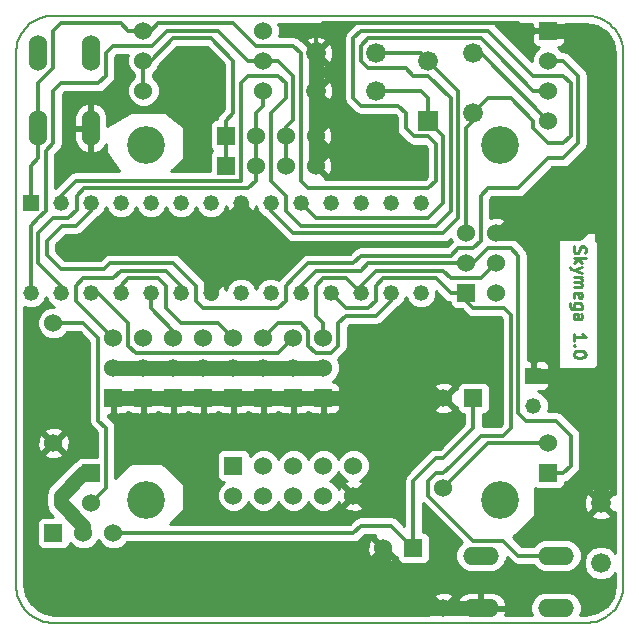
<source format=gbl>
G04 (created by PCBNEW-RS274X (2011-04-05)-testing) date Mon 09 May 2011 15:16:42 CEST*
G01*
G70*
G90*
%MOIN*%
G04 Gerber Fmt 3.4, Leading zero omitted, Abs format*
%FSLAX34Y34*%
G04 APERTURE LIST*
%ADD10C,0.006000*%
%ADD11C,0.010000*%
%ADD12C,0.005000*%
%ADD13R,0.060000X0.060000*%
%ADD14C,0.060000*%
%ADD15C,0.126000*%
%ADD16R,0.052000X0.052000*%
%ADD17C,0.052000*%
%ADD18O,0.120000X0.060000*%
%ADD19O,0.060000X0.120000*%
%ADD20R,0.066000X0.066000*%
%ADD21C,0.066000*%
%ADD22C,0.012000*%
%ADD23C,0.025000*%
%ADD24C,0.050000*%
G04 APERTURE END LIST*
G54D10*
G54D11*
X61357Y-30943D02*
X61338Y-31000D01*
X61338Y-31096D01*
X61357Y-31134D01*
X61376Y-31153D01*
X61414Y-31172D01*
X61452Y-31172D01*
X61490Y-31153D01*
X61510Y-31134D01*
X61529Y-31096D01*
X61548Y-31019D01*
X61567Y-30981D01*
X61586Y-30962D01*
X61624Y-30943D01*
X61662Y-30943D01*
X61700Y-30962D01*
X61719Y-30981D01*
X61738Y-31019D01*
X61738Y-31115D01*
X61719Y-31172D01*
X61338Y-31343D02*
X61738Y-31343D01*
X61490Y-31381D02*
X61338Y-31496D01*
X61605Y-31496D02*
X61452Y-31343D01*
X61605Y-31629D02*
X61338Y-31724D01*
X61605Y-31820D02*
X61338Y-31724D01*
X61243Y-31686D01*
X61224Y-31667D01*
X61205Y-31629D01*
X61338Y-31972D02*
X61605Y-31972D01*
X61567Y-31972D02*
X61586Y-31991D01*
X61605Y-32029D01*
X61605Y-32087D01*
X61586Y-32125D01*
X61548Y-32144D01*
X61338Y-32144D01*
X61548Y-32144D02*
X61586Y-32163D01*
X61605Y-32201D01*
X61605Y-32258D01*
X61586Y-32296D01*
X61548Y-32315D01*
X61338Y-32315D01*
X61357Y-32658D02*
X61338Y-32620D01*
X61338Y-32543D01*
X61357Y-32505D01*
X61395Y-32486D01*
X61548Y-32486D01*
X61586Y-32505D01*
X61605Y-32543D01*
X61605Y-32620D01*
X61586Y-32658D01*
X61548Y-32677D01*
X61510Y-32677D01*
X61471Y-32486D01*
X61605Y-33020D02*
X61281Y-33020D01*
X61243Y-33001D01*
X61224Y-32982D01*
X61205Y-32943D01*
X61205Y-32886D01*
X61224Y-32848D01*
X61357Y-33020D02*
X61338Y-32982D01*
X61338Y-32905D01*
X61357Y-32867D01*
X61376Y-32848D01*
X61414Y-32829D01*
X61529Y-32829D01*
X61567Y-32848D01*
X61586Y-32867D01*
X61605Y-32905D01*
X61605Y-32982D01*
X61586Y-33020D01*
X61338Y-33382D02*
X61548Y-33382D01*
X61586Y-33363D01*
X61605Y-33325D01*
X61605Y-33248D01*
X61586Y-33210D01*
X61357Y-33382D02*
X61338Y-33344D01*
X61338Y-33248D01*
X61357Y-33210D01*
X61395Y-33191D01*
X61433Y-33191D01*
X61471Y-33210D01*
X61490Y-33248D01*
X61490Y-33344D01*
X61510Y-33382D01*
X61338Y-34087D02*
X61338Y-33858D01*
X61338Y-33972D02*
X61738Y-33972D01*
X61681Y-33934D01*
X61643Y-33896D01*
X61624Y-33858D01*
X61376Y-34258D02*
X61357Y-34277D01*
X61338Y-34258D01*
X61357Y-34239D01*
X61376Y-34258D01*
X61338Y-34258D01*
X61738Y-34524D02*
X61738Y-34563D01*
X61719Y-34601D01*
X61700Y-34620D01*
X61662Y-34639D01*
X61586Y-34658D01*
X61490Y-34658D01*
X61414Y-34639D01*
X61376Y-34620D01*
X61357Y-34601D01*
X61338Y-34563D01*
X61338Y-34524D01*
X61357Y-34486D01*
X61376Y-34467D01*
X61414Y-34448D01*
X61490Y-34429D01*
X61586Y-34429D01*
X61662Y-34448D01*
X61700Y-34467D01*
X61719Y-34486D01*
X61738Y-34524D01*
G54D12*
X44000Y-43500D02*
X61750Y-43500D01*
X42750Y-42250D02*
X42750Y-24500D01*
X42750Y-42250D02*
X42755Y-42358D01*
X42769Y-42467D01*
X42793Y-42573D01*
X42826Y-42677D01*
X42868Y-42778D01*
X42918Y-42875D01*
X42977Y-42966D01*
X43043Y-43053D01*
X43117Y-43133D01*
X43197Y-43207D01*
X43284Y-43273D01*
X43375Y-43332D01*
X43472Y-43382D01*
X43573Y-43424D01*
X43677Y-43457D01*
X43783Y-43481D01*
X43892Y-43495D01*
X44000Y-43500D01*
X63000Y-24500D02*
X63000Y-42250D01*
X61750Y-43500D02*
X61858Y-43495D01*
X61967Y-43481D01*
X62073Y-43457D01*
X62177Y-43424D01*
X62278Y-43382D01*
X62375Y-43332D01*
X62466Y-43273D01*
X62553Y-43207D01*
X62633Y-43133D01*
X62707Y-43053D01*
X62773Y-42966D01*
X62832Y-42874D01*
X62882Y-42778D01*
X62924Y-42677D01*
X62957Y-42573D01*
X62981Y-42467D01*
X62995Y-42358D01*
X63000Y-42250D01*
X44000Y-23250D02*
X61750Y-23250D01*
X63000Y-24500D02*
X62995Y-24392D01*
X62981Y-24283D01*
X62957Y-24177D01*
X62924Y-24073D01*
X62882Y-23972D01*
X62832Y-23876D01*
X62773Y-23784D01*
X62707Y-23697D01*
X62633Y-23617D01*
X62553Y-23543D01*
X62466Y-23477D01*
X62375Y-23418D01*
X62278Y-23368D01*
X62177Y-23326D01*
X62073Y-23293D01*
X61967Y-23269D01*
X61858Y-23255D01*
X61750Y-23250D01*
X44000Y-23250D02*
X43892Y-23255D01*
X43783Y-23269D01*
X43677Y-23293D01*
X43573Y-23326D01*
X43472Y-23368D01*
X43376Y-23418D01*
X43284Y-23477D01*
X43197Y-23543D01*
X43117Y-23617D01*
X43043Y-23697D01*
X42977Y-23784D01*
X42918Y-23876D01*
X42868Y-23972D01*
X42826Y-24073D01*
X42793Y-24177D01*
X42769Y-24283D01*
X42755Y-24392D01*
X42750Y-24500D01*
G54D13*
X60500Y-23750D03*
G54D14*
X60500Y-24750D03*
X60500Y-25750D03*
X60500Y-26750D03*
G54D15*
X58890Y-27580D03*
X47080Y-39390D03*
X58890Y-39390D03*
G54D16*
X43250Y-29500D03*
G54D17*
X44250Y-29500D03*
X45250Y-29500D03*
X46250Y-29500D03*
X47250Y-29500D03*
X48250Y-29500D03*
X49250Y-29500D03*
X50250Y-29500D03*
X51250Y-29500D03*
X52250Y-29500D03*
X53250Y-29500D03*
X54250Y-29500D03*
X55250Y-29500D03*
X56250Y-29500D03*
X56250Y-32500D03*
X55250Y-32500D03*
X54250Y-32500D03*
X53250Y-32500D03*
X52250Y-32500D03*
X51250Y-32500D03*
X50250Y-32500D03*
X49250Y-32500D03*
X48250Y-32500D03*
X47250Y-32500D03*
X46250Y-32500D03*
X45250Y-32500D03*
X44250Y-32500D03*
X43250Y-32500D03*
G54D15*
X47080Y-27580D03*
G54D13*
X50000Y-38250D03*
G54D14*
X51000Y-38250D03*
X52000Y-38250D03*
X53000Y-38250D03*
X54000Y-38250D03*
X50000Y-39250D03*
X51000Y-39250D03*
X52000Y-39250D03*
X53000Y-39250D03*
X54000Y-39250D03*
G54D18*
X58250Y-43000D03*
X60750Y-43000D03*
X58250Y-41250D03*
X60750Y-41250D03*
G54D19*
X45250Y-27000D03*
X45250Y-24500D03*
X43500Y-27000D03*
X43500Y-24500D03*
G54D13*
X46000Y-36000D03*
G54D14*
X46000Y-35000D03*
X46000Y-34000D03*
G54D13*
X47000Y-36000D03*
G54D14*
X47000Y-35000D03*
X47000Y-34000D03*
G54D13*
X48000Y-36000D03*
G54D14*
X48000Y-35000D03*
X48000Y-34000D03*
G54D13*
X49000Y-36000D03*
G54D14*
X49000Y-35000D03*
X49000Y-34000D03*
G54D13*
X50000Y-36000D03*
G54D14*
X50000Y-35000D03*
X50000Y-34000D03*
G54D13*
X51000Y-36000D03*
G54D14*
X51000Y-35000D03*
X51000Y-34000D03*
G54D13*
X52000Y-36000D03*
G54D14*
X52000Y-35000D03*
X52000Y-34000D03*
G54D13*
X53000Y-36000D03*
G54D14*
X53000Y-35000D03*
X53000Y-34000D03*
X51000Y-23750D03*
X47000Y-23750D03*
X51000Y-25750D03*
X47000Y-25750D03*
X51000Y-24750D03*
X47000Y-24750D03*
X57000Y-43000D03*
X57000Y-39000D03*
X44000Y-33500D03*
X44000Y-37500D03*
G54D13*
X49750Y-28250D03*
G54D14*
X50750Y-28250D03*
X51750Y-28250D03*
X52750Y-28250D03*
G54D13*
X49750Y-27250D03*
G54D14*
X50750Y-27250D03*
X51750Y-27250D03*
X52750Y-27250D03*
G54D20*
X56500Y-26750D03*
G54D21*
X56500Y-24750D03*
X54750Y-24500D03*
X52750Y-24500D03*
X54750Y-25750D03*
X52750Y-25750D03*
G54D17*
X60000Y-36250D03*
G54D16*
X60000Y-35250D03*
G54D21*
X62250Y-39500D03*
X62250Y-41500D03*
G54D13*
X56000Y-41000D03*
G54D14*
X55000Y-41000D03*
G54D13*
X58000Y-36000D03*
G54D14*
X57000Y-36000D03*
G54D13*
X60500Y-38500D03*
G54D14*
X60500Y-37500D03*
G54D13*
X45250Y-38500D03*
G54D14*
X45250Y-39500D03*
G54D13*
X44000Y-40500D03*
G54D14*
X45000Y-40500D03*
X46000Y-40500D03*
G54D13*
X57750Y-32500D03*
G54D14*
X57750Y-31500D03*
X57750Y-30500D03*
X58750Y-32500D03*
X58750Y-31500D03*
X58750Y-30500D03*
G54D21*
X58000Y-24500D03*
X58000Y-26500D03*
G54D22*
X56750Y-38500D02*
X56500Y-38750D01*
X57250Y-38250D02*
X57000Y-38500D01*
X57750Y-32750D02*
X58000Y-33000D01*
X58000Y-33000D02*
X59028Y-33000D01*
X59028Y-33000D02*
X59250Y-33222D01*
X59250Y-33222D02*
X59250Y-37000D01*
X59250Y-37000D02*
X59000Y-37250D01*
X59000Y-37250D02*
X58250Y-37250D01*
X58250Y-37250D02*
X57250Y-38250D01*
X57750Y-32500D02*
X57750Y-32750D01*
X57000Y-38500D02*
X56750Y-38500D01*
X59500Y-41250D02*
X60750Y-41250D01*
X59000Y-40750D02*
X59500Y-41250D01*
X58000Y-40750D02*
X59000Y-40750D01*
X56500Y-39250D02*
X58000Y-40750D01*
X56500Y-38750D02*
X56500Y-39250D01*
X53250Y-32500D02*
X53750Y-33000D01*
X57250Y-32500D02*
X57750Y-32500D01*
X56750Y-32000D02*
X57250Y-32500D01*
X55000Y-32000D02*
X56750Y-32000D01*
X54750Y-32250D02*
X55000Y-32000D01*
X54750Y-32750D02*
X54750Y-32250D01*
X54500Y-33000D02*
X54750Y-32750D01*
X53750Y-33000D02*
X54500Y-33000D01*
X53250Y-32000D02*
X53000Y-32000D01*
X53000Y-33500D02*
X52750Y-33250D01*
X53250Y-32000D02*
X53750Y-32000D01*
X54250Y-32500D02*
X53750Y-32000D01*
X53000Y-33500D02*
X53000Y-34000D01*
X52750Y-32250D02*
X52750Y-33250D01*
X53000Y-32000D02*
X52750Y-32250D01*
X54750Y-31750D02*
X57000Y-31750D01*
X57250Y-32000D02*
X58250Y-32000D01*
X58750Y-31500D02*
X58250Y-32000D01*
X54250Y-32250D02*
X54750Y-31750D01*
X54250Y-32250D02*
X54250Y-32500D01*
X57000Y-31750D02*
X57250Y-32000D01*
X52750Y-34500D02*
X53250Y-34500D01*
X51500Y-33500D02*
X52250Y-33500D01*
X52250Y-33500D02*
X52500Y-33750D01*
X52500Y-33750D02*
X52500Y-34250D01*
X52500Y-34250D02*
X52750Y-34500D01*
X51000Y-34000D02*
X51500Y-33500D01*
X55250Y-32750D02*
X55250Y-32500D01*
X54750Y-33250D02*
X55250Y-32750D01*
X53750Y-33250D02*
X54750Y-33250D01*
X53500Y-33500D02*
X53750Y-33250D01*
X53500Y-34250D02*
X53500Y-33500D01*
X53250Y-34500D02*
X53500Y-34250D01*
X52250Y-32500D02*
X52250Y-32250D01*
X54500Y-31500D02*
X57750Y-31500D01*
X54250Y-31750D02*
X54500Y-31500D01*
X52750Y-31750D02*
X54250Y-31750D01*
X52250Y-32250D02*
X52750Y-31750D01*
X60750Y-36750D02*
X59750Y-36750D01*
X58500Y-31000D02*
X58000Y-31500D01*
X57750Y-31500D02*
X58000Y-31500D01*
X61000Y-38500D02*
X60500Y-38500D01*
X61250Y-38250D02*
X61000Y-38500D01*
X61250Y-37250D02*
X61250Y-38250D01*
X60750Y-36750D02*
X61250Y-37250D01*
X59500Y-31250D02*
X59500Y-34500D01*
X59250Y-31000D02*
X59500Y-31250D01*
X59250Y-31000D02*
X58500Y-31000D01*
X59500Y-36500D02*
X59500Y-34500D01*
X59750Y-36750D02*
X59500Y-36500D01*
X44750Y-32250D02*
X44750Y-32750D01*
X44750Y-32250D02*
X45000Y-32000D01*
X45000Y-32000D02*
X46000Y-32000D01*
X46000Y-32000D02*
X46250Y-31750D01*
X46250Y-31750D02*
X47750Y-31750D01*
X47750Y-31750D02*
X48250Y-32250D01*
X48250Y-32500D02*
X48250Y-32250D01*
X44750Y-32750D02*
X46000Y-34000D01*
X47250Y-32500D02*
X47250Y-33000D01*
X48000Y-33750D02*
X48000Y-34000D01*
X47250Y-33000D02*
X48000Y-33750D01*
X46250Y-32500D02*
X46250Y-32250D01*
X46250Y-32250D02*
X46500Y-32000D01*
X46500Y-32000D02*
X47500Y-32000D01*
X47500Y-32000D02*
X47750Y-32250D01*
X47750Y-32250D02*
X47750Y-32750D01*
X47750Y-32750D02*
X47750Y-33000D01*
X49500Y-33500D02*
X50000Y-34000D01*
X48250Y-33500D02*
X49500Y-33500D01*
X47750Y-33000D02*
X48250Y-33500D01*
X46250Y-32500D02*
X46250Y-32250D01*
X45250Y-32500D02*
X45500Y-32500D01*
X51500Y-34500D02*
X46750Y-34500D01*
X46750Y-34500D02*
X46500Y-34250D01*
X51500Y-34500D02*
X52000Y-34000D01*
X46500Y-33500D02*
X46500Y-34250D01*
X45500Y-32500D02*
X46500Y-33500D01*
X58000Y-26500D02*
X58500Y-26000D01*
X56500Y-29000D02*
X56750Y-28750D01*
X56750Y-28750D02*
X56750Y-27528D01*
X56750Y-27528D02*
X56500Y-27278D01*
X56500Y-27278D02*
X56028Y-27278D01*
X56028Y-27278D02*
X55750Y-27000D01*
X55750Y-27000D02*
X55750Y-26500D01*
X55750Y-26500D02*
X55500Y-26250D01*
X55500Y-26250D02*
X54250Y-26250D01*
X54250Y-26250D02*
X54000Y-26000D01*
X54000Y-26000D02*
X54000Y-24000D01*
X54000Y-24000D02*
X54250Y-23750D01*
X52250Y-28500D02*
X52250Y-24500D01*
X52250Y-24500D02*
X52000Y-24250D01*
X52000Y-24250D02*
X50750Y-24250D01*
X50750Y-24250D02*
X50250Y-23750D01*
X52250Y-28750D02*
X52250Y-28500D01*
X52500Y-29000D02*
X52250Y-28750D01*
X53250Y-29000D02*
X52500Y-29000D01*
X58500Y-23750D02*
X54250Y-23750D01*
X60000Y-25250D02*
X58500Y-23750D01*
X61000Y-25250D02*
X60000Y-25250D01*
X61250Y-25500D02*
X61000Y-25250D01*
X61250Y-27250D02*
X61250Y-25500D01*
X61000Y-27500D02*
X61250Y-27250D01*
X60500Y-27500D02*
X61000Y-27500D01*
X60000Y-27000D02*
X60500Y-27500D01*
X60000Y-26750D02*
X60000Y-27000D01*
X53250Y-29000D02*
X56500Y-29000D01*
X47250Y-23750D02*
X47000Y-23750D01*
X47500Y-23500D02*
X47250Y-23750D01*
X50000Y-23500D02*
X47500Y-23500D01*
X50250Y-23750D02*
X50000Y-23500D01*
X59250Y-26000D02*
X60000Y-26750D01*
X58500Y-26000D02*
X59250Y-26000D01*
X43500Y-27000D02*
X43500Y-25500D01*
X43500Y-25500D02*
X44000Y-25000D01*
X44000Y-25000D02*
X44000Y-23750D01*
X44000Y-23750D02*
X44250Y-23500D01*
X44250Y-23500D02*
X46250Y-23500D01*
X46250Y-23500D02*
X46500Y-23750D01*
X46500Y-23750D02*
X47000Y-23750D01*
X58000Y-26500D02*
X58000Y-26750D01*
X58000Y-26750D02*
X57750Y-27000D01*
X57750Y-27000D02*
X57750Y-30500D01*
X43250Y-29500D02*
X43250Y-28250D01*
X43500Y-28000D02*
X43500Y-27000D01*
X43250Y-28250D02*
X43500Y-28000D01*
X58750Y-24500D02*
X60000Y-25750D01*
X51750Y-29750D02*
X52250Y-30250D01*
X52250Y-30250D02*
X56500Y-30250D01*
X56500Y-30250D02*
X56750Y-30250D01*
X56750Y-30250D02*
X57250Y-29750D01*
X57250Y-26000D02*
X56500Y-25250D01*
X55500Y-25000D02*
X54500Y-25000D01*
X51500Y-25250D02*
X51750Y-25500D01*
X51750Y-25500D02*
X51750Y-26000D01*
X51750Y-26000D02*
X51250Y-26500D01*
X51250Y-26500D02*
X51250Y-28750D01*
X51250Y-28750D02*
X51750Y-29250D01*
X57250Y-29750D02*
X57250Y-26000D01*
X44250Y-29500D02*
X44250Y-29250D01*
X50250Y-25500D02*
X50500Y-25250D01*
X50250Y-28750D02*
X50250Y-25500D01*
X44750Y-28750D02*
X50250Y-28750D01*
X44250Y-29250D02*
X44750Y-28750D01*
X50500Y-25250D02*
X51500Y-25250D01*
X58250Y-24000D02*
X58750Y-24500D01*
X54500Y-24000D02*
X58250Y-24000D01*
X54250Y-24250D02*
X54500Y-24000D01*
X54250Y-24750D02*
X54250Y-24250D01*
X54500Y-25000D02*
X54250Y-24750D01*
X55750Y-25000D02*
X55500Y-25000D01*
X56000Y-25250D02*
X55750Y-25000D01*
X56500Y-25250D02*
X56000Y-25250D01*
X51750Y-29250D02*
X51750Y-29750D01*
X60000Y-25750D02*
X60500Y-25750D01*
X43750Y-29000D02*
X43750Y-27750D01*
X50500Y-24750D02*
X49500Y-23750D01*
X49500Y-23750D02*
X47778Y-23750D01*
X47778Y-23750D02*
X47278Y-24250D01*
X43250Y-32500D02*
X43250Y-30250D01*
X43500Y-30000D02*
X43250Y-30250D01*
X43750Y-29750D02*
X43500Y-30000D01*
X43750Y-29000D02*
X43750Y-29750D01*
X50500Y-24750D02*
X51000Y-24750D01*
X46000Y-24250D02*
X47278Y-24250D01*
X45750Y-24500D02*
X46000Y-24250D01*
X45750Y-25250D02*
X45750Y-24500D01*
X45500Y-25500D02*
X45750Y-25250D01*
X44250Y-25500D02*
X45500Y-25500D01*
X44000Y-25750D02*
X44250Y-25500D01*
X44000Y-27500D02*
X44000Y-25750D01*
X43750Y-27750D02*
X44000Y-27500D01*
X51000Y-24750D02*
X51500Y-24750D01*
X51750Y-26972D02*
X51750Y-27250D01*
X52000Y-26722D02*
X51750Y-26972D01*
X52000Y-25250D02*
X52000Y-26722D01*
X51500Y-24750D02*
X52000Y-25250D01*
X51750Y-27250D02*
X51750Y-28250D01*
X44778Y-29250D02*
X44778Y-29722D01*
X50750Y-28750D02*
X50500Y-29000D01*
X50500Y-29000D02*
X45028Y-29000D01*
X45028Y-29000D02*
X44778Y-29250D01*
X50750Y-28250D02*
X50750Y-28750D01*
X44250Y-32250D02*
X44250Y-32500D01*
X43500Y-31500D02*
X44250Y-32250D01*
X43500Y-30500D02*
X43500Y-31500D01*
X44000Y-30000D02*
X43500Y-30500D01*
X44500Y-30000D02*
X44000Y-30000D01*
X44778Y-29722D02*
X44500Y-30000D01*
X51000Y-25750D02*
X51000Y-26250D01*
X50750Y-26500D02*
X50750Y-27250D01*
X51000Y-26250D02*
X50750Y-26500D01*
X50750Y-27250D02*
X50750Y-28250D01*
X49500Y-33000D02*
X51500Y-33000D01*
X52000Y-32000D02*
X52500Y-31500D01*
X52500Y-31500D02*
X54000Y-31500D01*
X54000Y-31500D02*
X54250Y-31250D01*
X54250Y-31250D02*
X57250Y-31250D01*
X57250Y-31250D02*
X57500Y-31000D01*
X57500Y-31000D02*
X58000Y-31000D01*
X45888Y-31500D02*
X48000Y-31500D01*
X45250Y-29750D02*
X44750Y-30250D01*
X44750Y-30250D02*
X44278Y-30250D01*
X44278Y-30250D02*
X43778Y-30750D01*
X43778Y-30750D02*
X43778Y-31222D01*
X43778Y-31222D02*
X44250Y-31694D01*
X44250Y-31694D02*
X45694Y-31694D01*
X45694Y-31694D02*
X45888Y-31500D01*
X58250Y-30000D02*
X58250Y-29250D01*
X61000Y-24750D02*
X61500Y-25250D01*
X61500Y-25250D02*
X61500Y-27500D01*
X49500Y-33000D02*
X49000Y-33000D01*
X49000Y-33000D02*
X48750Y-32750D01*
X58250Y-30750D02*
X58000Y-31000D01*
X58250Y-30000D02*
X58250Y-30750D01*
X60500Y-24750D02*
X61000Y-24750D01*
X61000Y-28000D02*
X61500Y-27500D01*
X60500Y-28000D02*
X61000Y-28000D01*
X59500Y-29000D02*
X60500Y-28000D01*
X58500Y-29000D02*
X59500Y-29000D01*
X58250Y-29250D02*
X58500Y-29000D01*
X45250Y-29750D02*
X45250Y-29500D01*
X48750Y-32250D02*
X48750Y-32750D01*
X48000Y-31500D02*
X48750Y-32250D01*
X51750Y-32250D02*
X52000Y-32000D01*
X51750Y-32750D02*
X51750Y-32250D01*
X51500Y-33000D02*
X51750Y-32750D01*
X60500Y-24750D02*
X60750Y-24750D01*
X58000Y-36000D02*
X58000Y-37000D01*
X56000Y-38750D02*
X56000Y-41000D01*
X56750Y-38000D02*
X56000Y-38750D01*
X57000Y-38000D02*
X56750Y-38000D01*
X58000Y-37000D02*
X57000Y-38000D01*
X46000Y-40500D02*
X54000Y-40500D01*
X55250Y-40250D02*
X56000Y-41000D01*
X54250Y-40250D02*
X55250Y-40250D01*
X54000Y-40500D02*
X54250Y-40250D01*
X52750Y-24500D02*
X52750Y-23750D01*
X59750Y-23750D02*
X60500Y-23750D01*
X59500Y-23500D02*
X59750Y-23750D01*
X53000Y-23500D02*
X59500Y-23500D01*
X52750Y-23750D02*
X53000Y-23500D01*
G54D23*
X62500Y-29250D02*
X62500Y-35000D01*
X62500Y-35000D02*
X62000Y-35500D01*
G54D24*
X54000Y-39250D02*
X54500Y-39250D01*
X55250Y-38500D02*
X55250Y-36000D01*
X54500Y-39250D02*
X55250Y-38500D01*
X53000Y-36000D02*
X55250Y-36000D01*
X55250Y-36000D02*
X57000Y-36000D01*
X52000Y-36000D02*
X53000Y-36000D01*
X51000Y-36000D02*
X52000Y-36000D01*
X50000Y-36000D02*
X51000Y-36000D01*
X49000Y-36000D02*
X50000Y-36000D01*
X48000Y-36000D02*
X49000Y-36000D01*
X47000Y-36000D02*
X48000Y-36000D01*
X46000Y-36000D02*
X47000Y-36000D01*
X55000Y-41000D02*
X55000Y-42500D01*
X55000Y-42500D02*
X55500Y-43000D01*
X55500Y-43000D02*
X57000Y-43000D01*
X57000Y-43000D02*
X58250Y-43000D01*
X60000Y-35250D02*
X61750Y-35250D01*
X61750Y-35250D02*
X62000Y-35500D01*
X62000Y-35500D02*
X62250Y-35750D01*
X62250Y-35750D02*
X62250Y-39500D01*
X60500Y-23750D02*
X61750Y-23750D01*
X61750Y-23750D02*
X62500Y-24500D01*
X62500Y-24500D02*
X62500Y-29250D01*
X61500Y-30500D02*
X58750Y-30500D01*
X62500Y-29500D02*
X61500Y-30500D01*
X62500Y-29250D02*
X62500Y-29500D01*
X50250Y-29500D02*
X50250Y-30250D01*
X50250Y-30250D02*
X49250Y-31250D01*
X49250Y-31250D02*
X49250Y-32500D01*
X52750Y-24500D02*
X52750Y-24350D01*
X52750Y-25750D02*
X52750Y-24500D01*
X52750Y-27250D02*
X52750Y-25750D01*
X52750Y-28250D02*
X52750Y-27250D01*
G54D22*
X58000Y-24500D02*
X58250Y-24500D01*
X58250Y-24500D02*
X60500Y-26750D01*
X51250Y-29500D02*
X51250Y-29750D01*
X57500Y-25750D02*
X56500Y-24750D01*
X57500Y-26936D02*
X57500Y-25750D01*
X57500Y-30000D02*
X57500Y-26936D01*
X57000Y-30500D02*
X57500Y-30000D01*
X52000Y-30500D02*
X57000Y-30500D01*
X51250Y-29750D02*
X52000Y-30500D01*
X54750Y-24500D02*
X56250Y-24500D01*
X56250Y-24500D02*
X56500Y-24750D01*
X52250Y-29500D02*
X52750Y-30000D01*
X57000Y-29500D02*
X57000Y-27250D01*
X57000Y-27250D02*
X56500Y-26750D01*
X56500Y-30000D02*
X57000Y-29500D01*
X52750Y-30000D02*
X56500Y-30000D01*
X54750Y-25750D02*
X56250Y-25750D01*
X56500Y-26000D02*
X56500Y-26750D01*
X56250Y-25750D02*
X56500Y-26000D01*
X45500Y-34250D02*
X45500Y-34000D01*
X45500Y-36750D02*
X45500Y-34250D01*
X44000Y-33500D02*
X44750Y-33500D01*
X45750Y-39000D02*
X45250Y-39500D01*
X45750Y-37000D02*
X45750Y-39000D01*
X45750Y-37000D02*
X45500Y-36750D01*
X45000Y-33500D02*
X44750Y-33500D01*
X45500Y-34000D02*
X45000Y-33500D01*
X57000Y-39000D02*
X58500Y-37500D01*
X58500Y-37500D02*
X60500Y-37500D01*
X47000Y-24750D02*
X47250Y-24750D01*
X49750Y-26750D02*
X49750Y-27250D01*
X50000Y-26500D02*
X49750Y-26750D01*
X50000Y-24750D02*
X50000Y-26500D01*
X49250Y-24000D02*
X50000Y-24750D01*
X48000Y-24000D02*
X49250Y-24000D01*
X47250Y-24750D02*
X48000Y-24000D01*
X47000Y-25750D02*
X47000Y-24750D01*
X49750Y-28250D02*
X49750Y-27250D01*
G54D24*
X45250Y-38500D02*
X45000Y-38500D01*
X45000Y-38500D02*
X44250Y-39250D01*
X44250Y-39250D02*
X44250Y-39500D01*
X44250Y-39500D02*
X45000Y-40250D01*
X45000Y-40250D02*
X45000Y-40500D01*
X52000Y-35000D02*
X53000Y-35000D01*
X51000Y-35000D02*
X52000Y-35000D01*
X50000Y-35000D02*
X51000Y-35000D01*
X49000Y-35000D02*
X50000Y-35000D01*
X48000Y-35000D02*
X49000Y-35000D01*
X47000Y-35000D02*
X48000Y-35000D01*
X46000Y-35000D02*
X47000Y-35000D01*
G54D10*
G36*
X49690Y-24879D02*
X49121Y-24310D01*
X48350Y-24310D01*
X48128Y-24310D01*
X47527Y-24911D01*
X47465Y-25061D01*
X47311Y-25215D01*
X47310Y-25216D01*
X47310Y-25285D01*
X47311Y-25285D01*
X47465Y-25439D01*
X47549Y-25641D01*
X47549Y-25859D01*
X47465Y-26061D01*
X47311Y-26215D01*
X47109Y-26299D01*
X46891Y-26299D01*
X46689Y-26215D01*
X46535Y-26061D01*
X46451Y-25859D01*
X46451Y-25641D01*
X46535Y-25439D01*
X46689Y-25285D01*
X46690Y-25285D01*
X46690Y-25216D01*
X46689Y-25215D01*
X46535Y-25061D01*
X46451Y-24859D01*
X46451Y-24641D01*
X46484Y-24560D01*
X46128Y-24560D01*
X46060Y-24629D01*
X46060Y-25250D01*
X46036Y-25368D01*
X46036Y-25369D01*
X46002Y-25419D01*
X45969Y-25469D01*
X45969Y-25470D01*
X45719Y-25719D01*
X45619Y-25786D01*
X45500Y-25810D01*
X45200Y-25810D01*
X45200Y-26215D01*
X45200Y-26950D01*
X45200Y-27050D01*
X45200Y-27785D01*
X45115Y-27832D01*
X44932Y-27760D01*
X44780Y-27603D01*
X44700Y-27400D01*
X44700Y-27050D01*
X45200Y-27050D01*
X45200Y-26950D01*
X44700Y-26950D01*
X44700Y-26600D01*
X44780Y-26397D01*
X44932Y-26240D01*
X45115Y-26168D01*
X45200Y-26215D01*
X45200Y-25810D01*
X44378Y-25810D01*
X44310Y-25879D01*
X44310Y-27500D01*
X44286Y-27618D01*
X44286Y-27619D01*
X44252Y-27669D01*
X44219Y-27719D01*
X44219Y-27720D01*
X44060Y-27879D01*
X44060Y-29000D01*
X44060Y-29002D01*
X44531Y-28531D01*
X44631Y-28464D01*
X44632Y-28464D01*
X44750Y-28440D01*
X46195Y-28440D01*
X45750Y-27816D01*
X45750Y-27527D01*
X45720Y-27603D01*
X45568Y-27760D01*
X45385Y-27832D01*
X45300Y-27785D01*
X45300Y-27100D01*
X45300Y-27050D01*
X45300Y-26950D01*
X45300Y-26900D01*
X45300Y-26215D01*
X45385Y-26168D01*
X45568Y-26240D01*
X45720Y-26397D01*
X45800Y-26600D01*
X45800Y-26900D01*
X45800Y-26941D01*
X46586Y-26450D01*
X47718Y-26450D01*
X48350Y-26977D01*
X48350Y-28021D01*
X47931Y-28440D01*
X48350Y-28440D01*
X49201Y-28440D01*
X49201Y-27901D01*
X49239Y-27809D01*
X49298Y-27750D01*
X49239Y-27691D01*
X49201Y-27600D01*
X49201Y-27501D01*
X49201Y-26901D01*
X49239Y-26809D01*
X49309Y-26739D01*
X49400Y-26701D01*
X49449Y-26701D01*
X49464Y-26631D01*
X49531Y-26531D01*
X49690Y-26372D01*
X49690Y-24879D01*
X49690Y-24879D01*
G37*
G54D11*
X49690Y-24879D02*
X49121Y-24310D01*
X48350Y-24310D01*
X48128Y-24310D01*
X47527Y-24911D01*
X47465Y-25061D01*
X47311Y-25215D01*
X47310Y-25216D01*
X47310Y-25285D01*
X47311Y-25285D01*
X47465Y-25439D01*
X47549Y-25641D01*
X47549Y-25859D01*
X47465Y-26061D01*
X47311Y-26215D01*
X47109Y-26299D01*
X46891Y-26299D01*
X46689Y-26215D01*
X46535Y-26061D01*
X46451Y-25859D01*
X46451Y-25641D01*
X46535Y-25439D01*
X46689Y-25285D01*
X46690Y-25285D01*
X46690Y-25216D01*
X46689Y-25215D01*
X46535Y-25061D01*
X46451Y-24859D01*
X46451Y-24641D01*
X46484Y-24560D01*
X46128Y-24560D01*
X46060Y-24629D01*
X46060Y-25250D01*
X46036Y-25368D01*
X46036Y-25369D01*
X46002Y-25419D01*
X45969Y-25469D01*
X45969Y-25470D01*
X45719Y-25719D01*
X45619Y-25786D01*
X45500Y-25810D01*
X45200Y-25810D01*
X45200Y-26215D01*
X45200Y-26950D01*
X45200Y-27050D01*
X45200Y-27785D01*
X45115Y-27832D01*
X44932Y-27760D01*
X44780Y-27603D01*
X44700Y-27400D01*
X44700Y-27050D01*
X45200Y-27050D01*
X45200Y-26950D01*
X44700Y-26950D01*
X44700Y-26600D01*
X44780Y-26397D01*
X44932Y-26240D01*
X45115Y-26168D01*
X45200Y-26215D01*
X45200Y-25810D01*
X44378Y-25810D01*
X44310Y-25879D01*
X44310Y-27500D01*
X44286Y-27618D01*
X44286Y-27619D01*
X44252Y-27669D01*
X44219Y-27719D01*
X44219Y-27720D01*
X44060Y-27879D01*
X44060Y-29000D01*
X44060Y-29002D01*
X44531Y-28531D01*
X44631Y-28464D01*
X44632Y-28464D01*
X44750Y-28440D01*
X46195Y-28440D01*
X45750Y-27816D01*
X45750Y-27527D01*
X45720Y-27603D01*
X45568Y-27760D01*
X45385Y-27832D01*
X45300Y-27785D01*
X45300Y-27100D01*
X45300Y-27050D01*
X45300Y-26950D01*
X45300Y-26900D01*
X45300Y-26215D01*
X45385Y-26168D01*
X45568Y-26240D01*
X45720Y-26397D01*
X45800Y-26600D01*
X45800Y-26900D01*
X45800Y-26941D01*
X46586Y-26450D01*
X47718Y-26450D01*
X48350Y-26977D01*
X48350Y-28021D01*
X47931Y-28440D01*
X48350Y-28440D01*
X49201Y-28440D01*
X49201Y-27901D01*
X49239Y-27809D01*
X49298Y-27750D01*
X49239Y-27691D01*
X49201Y-27600D01*
X49201Y-27501D01*
X49201Y-26901D01*
X49239Y-26809D01*
X49309Y-26739D01*
X49400Y-26701D01*
X49449Y-26701D01*
X49464Y-26631D01*
X49531Y-26531D01*
X49690Y-26372D01*
X49690Y-24879D01*
G54D10*
G36*
X56440Y-27657D02*
X56371Y-27588D01*
X56028Y-27588D01*
X55909Y-27564D01*
X55809Y-27497D01*
X55531Y-27219D01*
X55464Y-27119D01*
X55440Y-27000D01*
X55440Y-26629D01*
X55371Y-26560D01*
X54250Y-26560D01*
X54131Y-26536D01*
X54081Y-26503D01*
X54030Y-26469D01*
X53781Y-26219D01*
X53714Y-26119D01*
X53690Y-26000D01*
X53690Y-24000D01*
X53714Y-23881D01*
X53781Y-23781D01*
X54030Y-23531D01*
X54031Y-23531D01*
X54039Y-23525D01*
X53323Y-23525D01*
X53323Y-24414D01*
X53323Y-25664D01*
X53312Y-25889D01*
X53293Y-25935D01*
X53293Y-27171D01*
X53293Y-28171D01*
X53282Y-28384D01*
X53222Y-28531D01*
X53128Y-28558D01*
X52821Y-28250D01*
X53128Y-27942D01*
X53222Y-27969D01*
X53293Y-28171D01*
X53293Y-27171D01*
X53282Y-27384D01*
X53222Y-27531D01*
X53128Y-27558D01*
X52821Y-27250D01*
X53128Y-26942D01*
X53222Y-26969D01*
X53293Y-27171D01*
X53293Y-25935D01*
X53246Y-26048D01*
X53150Y-26079D01*
X52821Y-25750D01*
X53150Y-25421D01*
X53246Y-25452D01*
X53323Y-25664D01*
X53323Y-24414D01*
X53312Y-24639D01*
X53246Y-24798D01*
X53150Y-24829D01*
X52821Y-24500D01*
X53150Y-24171D01*
X53246Y-24202D01*
X53323Y-24414D01*
X53323Y-23525D01*
X53079Y-23525D01*
X53079Y-24100D01*
X52750Y-24429D01*
X52421Y-24100D01*
X52452Y-24004D01*
X52664Y-23927D01*
X52889Y-23938D01*
X53048Y-24004D01*
X53079Y-24100D01*
X53079Y-23525D01*
X51500Y-23525D01*
X51549Y-23641D01*
X51549Y-23859D01*
X51515Y-23940D01*
X52000Y-23940D01*
X52118Y-23964D01*
X52119Y-23964D01*
X52219Y-24031D01*
X52469Y-24280D01*
X52469Y-24281D01*
X52487Y-24309D01*
X52488Y-24310D01*
X52643Y-24466D01*
X52644Y-24465D01*
X52679Y-24500D01*
X52750Y-24571D01*
X52785Y-24606D01*
X53079Y-24900D01*
X53048Y-24996D01*
X52836Y-25073D01*
X52611Y-25062D01*
X52560Y-25041D01*
X52560Y-25215D01*
X52664Y-25177D01*
X52889Y-25188D01*
X53048Y-25254D01*
X53079Y-25350D01*
X52785Y-25644D01*
X52750Y-25679D01*
X52679Y-25750D01*
X52750Y-25821D01*
X52785Y-25856D01*
X53079Y-26150D01*
X53048Y-26246D01*
X52836Y-26323D01*
X52611Y-26312D01*
X52560Y-26291D01*
X52560Y-26747D01*
X52671Y-26707D01*
X52884Y-26718D01*
X53031Y-26778D01*
X53058Y-26872D01*
X52785Y-27144D01*
X52750Y-27179D01*
X52679Y-27250D01*
X52750Y-27321D01*
X52785Y-27356D01*
X53058Y-27628D01*
X53031Y-27722D01*
X52957Y-27748D01*
X53031Y-27778D01*
X53058Y-27872D01*
X52785Y-28144D01*
X52750Y-28179D01*
X52679Y-28250D01*
X52750Y-28321D01*
X52785Y-28356D01*
X53058Y-28628D01*
X53040Y-28690D01*
X53250Y-28690D01*
X56371Y-28690D01*
X56440Y-28622D01*
X56440Y-27657D01*
X56440Y-27657D01*
G37*
G54D11*
X56440Y-27657D02*
X56371Y-27588D01*
X56028Y-27588D01*
X55909Y-27564D01*
X55809Y-27497D01*
X55531Y-27219D01*
X55464Y-27119D01*
X55440Y-27000D01*
X55440Y-26629D01*
X55371Y-26560D01*
X54250Y-26560D01*
X54131Y-26536D01*
X54081Y-26503D01*
X54030Y-26469D01*
X53781Y-26219D01*
X53714Y-26119D01*
X53690Y-26000D01*
X53690Y-24000D01*
X53714Y-23881D01*
X53781Y-23781D01*
X54030Y-23531D01*
X54031Y-23531D01*
X54039Y-23525D01*
X53323Y-23525D01*
X53323Y-24414D01*
X53323Y-25664D01*
X53312Y-25889D01*
X53293Y-25935D01*
X53293Y-27171D01*
X53293Y-28171D01*
X53282Y-28384D01*
X53222Y-28531D01*
X53128Y-28558D01*
X52821Y-28250D01*
X53128Y-27942D01*
X53222Y-27969D01*
X53293Y-28171D01*
X53293Y-27171D01*
X53282Y-27384D01*
X53222Y-27531D01*
X53128Y-27558D01*
X52821Y-27250D01*
X53128Y-26942D01*
X53222Y-26969D01*
X53293Y-27171D01*
X53293Y-25935D01*
X53246Y-26048D01*
X53150Y-26079D01*
X52821Y-25750D01*
X53150Y-25421D01*
X53246Y-25452D01*
X53323Y-25664D01*
X53323Y-24414D01*
X53312Y-24639D01*
X53246Y-24798D01*
X53150Y-24829D01*
X52821Y-24500D01*
X53150Y-24171D01*
X53246Y-24202D01*
X53323Y-24414D01*
X53323Y-23525D01*
X53079Y-23525D01*
X53079Y-24100D01*
X52750Y-24429D01*
X52421Y-24100D01*
X52452Y-24004D01*
X52664Y-23927D01*
X52889Y-23938D01*
X53048Y-24004D01*
X53079Y-24100D01*
X53079Y-23525D01*
X51500Y-23525D01*
X51549Y-23641D01*
X51549Y-23859D01*
X51515Y-23940D01*
X52000Y-23940D01*
X52118Y-23964D01*
X52119Y-23964D01*
X52219Y-24031D01*
X52469Y-24280D01*
X52469Y-24281D01*
X52487Y-24309D01*
X52488Y-24310D01*
X52643Y-24466D01*
X52644Y-24465D01*
X52679Y-24500D01*
X52750Y-24571D01*
X52785Y-24606D01*
X53079Y-24900D01*
X53048Y-24996D01*
X52836Y-25073D01*
X52611Y-25062D01*
X52560Y-25041D01*
X52560Y-25215D01*
X52664Y-25177D01*
X52889Y-25188D01*
X53048Y-25254D01*
X53079Y-25350D01*
X52785Y-25644D01*
X52750Y-25679D01*
X52679Y-25750D01*
X52750Y-25821D01*
X52785Y-25856D01*
X53079Y-26150D01*
X53048Y-26246D01*
X52836Y-26323D01*
X52611Y-26312D01*
X52560Y-26291D01*
X52560Y-26747D01*
X52671Y-26707D01*
X52884Y-26718D01*
X53031Y-26778D01*
X53058Y-26872D01*
X52785Y-27144D01*
X52750Y-27179D01*
X52679Y-27250D01*
X52750Y-27321D01*
X52785Y-27356D01*
X53058Y-27628D01*
X53031Y-27722D01*
X52957Y-27748D01*
X53031Y-27778D01*
X53058Y-27872D01*
X52785Y-28144D01*
X52750Y-28179D01*
X52679Y-28250D01*
X52750Y-28321D01*
X52785Y-28356D01*
X53058Y-28628D01*
X53040Y-28690D01*
X53250Y-28690D01*
X56371Y-28690D01*
X56440Y-28622D01*
X56440Y-27657D01*
G54D10*
G36*
X57274Y-30787D02*
X57238Y-30700D01*
X57219Y-30719D01*
X57119Y-30786D01*
X57000Y-30810D01*
X52000Y-30810D01*
X51881Y-30786D01*
X51780Y-30719D01*
X51031Y-29969D01*
X51023Y-29958D01*
X50962Y-29932D01*
X50819Y-29788D01*
X50744Y-29609D01*
X50743Y-29629D01*
X50690Y-29757D01*
X50600Y-29779D01*
X50529Y-29708D01*
X50529Y-29850D01*
X50507Y-29940D01*
X50319Y-30005D01*
X50121Y-29993D01*
X49993Y-29940D01*
X49971Y-29850D01*
X50250Y-29571D01*
X50529Y-29850D01*
X50529Y-29708D01*
X50356Y-29535D01*
X50321Y-29500D01*
X50250Y-29429D01*
X50179Y-29500D01*
X50144Y-29535D01*
X49900Y-29779D01*
X49810Y-29757D01*
X49757Y-29605D01*
X49682Y-29788D01*
X49538Y-29931D01*
X49351Y-30009D01*
X49149Y-30009D01*
X48962Y-29932D01*
X48819Y-29788D01*
X48750Y-29623D01*
X48682Y-29788D01*
X48538Y-29931D01*
X48351Y-30009D01*
X48350Y-30009D01*
X48149Y-30009D01*
X47962Y-29932D01*
X47819Y-29788D01*
X47750Y-29623D01*
X47682Y-29788D01*
X47538Y-29931D01*
X47351Y-30009D01*
X47149Y-30009D01*
X46962Y-29932D01*
X46819Y-29788D01*
X46750Y-29623D01*
X46682Y-29788D01*
X46538Y-29931D01*
X46351Y-30009D01*
X46149Y-30009D01*
X45962Y-29932D01*
X45819Y-29788D01*
X45750Y-29623D01*
X45682Y-29788D01*
X45538Y-29931D01*
X45477Y-29957D01*
X45469Y-29969D01*
X44969Y-30469D01*
X44869Y-30536D01*
X44750Y-30560D01*
X44406Y-30560D01*
X44088Y-30878D01*
X44088Y-31094D01*
X44378Y-31384D01*
X45566Y-31384D01*
X45669Y-31281D01*
X45769Y-31214D01*
X45770Y-31214D01*
X45888Y-31190D01*
X48000Y-31190D01*
X48118Y-31214D01*
X48119Y-31214D01*
X48219Y-31281D01*
X48350Y-31412D01*
X48969Y-32030D01*
X48969Y-32031D01*
X48991Y-32065D01*
X48993Y-32060D01*
X49181Y-31995D01*
X49379Y-32007D01*
X49507Y-32060D01*
X49529Y-32150D01*
X49285Y-32394D01*
X49250Y-32429D01*
X49179Y-32500D01*
X49250Y-32571D01*
X49321Y-32500D01*
X49356Y-32465D01*
X49600Y-32221D01*
X49690Y-32243D01*
X49742Y-32396D01*
X49818Y-32212D01*
X49962Y-32069D01*
X50149Y-31991D01*
X50351Y-31991D01*
X50538Y-32068D01*
X50681Y-32212D01*
X50749Y-32378D01*
X50818Y-32212D01*
X50962Y-32069D01*
X51149Y-31991D01*
X51351Y-31991D01*
X51513Y-32058D01*
X51531Y-32031D01*
X51780Y-31781D01*
X51781Y-31781D01*
X51782Y-31780D01*
X52281Y-31281D01*
X52381Y-31214D01*
X52382Y-31214D01*
X52500Y-31190D01*
X53871Y-31190D01*
X54030Y-31031D01*
X54031Y-31031D01*
X54081Y-30998D01*
X54131Y-30964D01*
X54132Y-30964D01*
X54250Y-30940D01*
X57121Y-30940D01*
X57274Y-30787D01*
X57274Y-30787D01*
G37*
G54D11*
X57274Y-30787D02*
X57238Y-30700D01*
X57219Y-30719D01*
X57119Y-30786D01*
X57000Y-30810D01*
X52000Y-30810D01*
X51881Y-30786D01*
X51780Y-30719D01*
X51031Y-29969D01*
X51023Y-29958D01*
X50962Y-29932D01*
X50819Y-29788D01*
X50744Y-29609D01*
X50743Y-29629D01*
X50690Y-29757D01*
X50600Y-29779D01*
X50529Y-29708D01*
X50529Y-29850D01*
X50507Y-29940D01*
X50319Y-30005D01*
X50121Y-29993D01*
X49993Y-29940D01*
X49971Y-29850D01*
X50250Y-29571D01*
X50529Y-29850D01*
X50529Y-29708D01*
X50356Y-29535D01*
X50321Y-29500D01*
X50250Y-29429D01*
X50179Y-29500D01*
X50144Y-29535D01*
X49900Y-29779D01*
X49810Y-29757D01*
X49757Y-29605D01*
X49682Y-29788D01*
X49538Y-29931D01*
X49351Y-30009D01*
X49149Y-30009D01*
X48962Y-29932D01*
X48819Y-29788D01*
X48750Y-29623D01*
X48682Y-29788D01*
X48538Y-29931D01*
X48351Y-30009D01*
X48350Y-30009D01*
X48149Y-30009D01*
X47962Y-29932D01*
X47819Y-29788D01*
X47750Y-29623D01*
X47682Y-29788D01*
X47538Y-29931D01*
X47351Y-30009D01*
X47149Y-30009D01*
X46962Y-29932D01*
X46819Y-29788D01*
X46750Y-29623D01*
X46682Y-29788D01*
X46538Y-29931D01*
X46351Y-30009D01*
X46149Y-30009D01*
X45962Y-29932D01*
X45819Y-29788D01*
X45750Y-29623D01*
X45682Y-29788D01*
X45538Y-29931D01*
X45477Y-29957D01*
X45469Y-29969D01*
X44969Y-30469D01*
X44869Y-30536D01*
X44750Y-30560D01*
X44406Y-30560D01*
X44088Y-30878D01*
X44088Y-31094D01*
X44378Y-31384D01*
X45566Y-31384D01*
X45669Y-31281D01*
X45769Y-31214D01*
X45770Y-31214D01*
X45888Y-31190D01*
X48000Y-31190D01*
X48118Y-31214D01*
X48119Y-31214D01*
X48219Y-31281D01*
X48350Y-31412D01*
X48969Y-32030D01*
X48969Y-32031D01*
X48991Y-32065D01*
X48993Y-32060D01*
X49181Y-31995D01*
X49379Y-32007D01*
X49507Y-32060D01*
X49529Y-32150D01*
X49285Y-32394D01*
X49250Y-32429D01*
X49179Y-32500D01*
X49250Y-32571D01*
X49321Y-32500D01*
X49356Y-32465D01*
X49600Y-32221D01*
X49690Y-32243D01*
X49742Y-32396D01*
X49818Y-32212D01*
X49962Y-32069D01*
X50149Y-31991D01*
X50351Y-31991D01*
X50538Y-32068D01*
X50681Y-32212D01*
X50749Y-32378D01*
X50818Y-32212D01*
X50962Y-32069D01*
X51149Y-31991D01*
X51351Y-31991D01*
X51513Y-32058D01*
X51531Y-32031D01*
X51780Y-31781D01*
X51781Y-31781D01*
X51782Y-31780D01*
X52281Y-31281D01*
X52381Y-31214D01*
X52382Y-31214D01*
X52500Y-31190D01*
X53871Y-31190D01*
X54030Y-31031D01*
X54031Y-31031D01*
X54081Y-30998D01*
X54131Y-30964D01*
X54132Y-30964D01*
X54250Y-30940D01*
X57121Y-30940D01*
X57274Y-30787D01*
G54D10*
G36*
X58940Y-33351D02*
X58899Y-33310D01*
X58000Y-33310D01*
X57881Y-33286D01*
X57831Y-33253D01*
X57780Y-33219D01*
X57610Y-33049D01*
X57401Y-33049D01*
X57309Y-33011D01*
X57308Y-33010D01*
X57308Y-35622D01*
X57000Y-35929D01*
X56929Y-35859D01*
X56929Y-36000D01*
X56622Y-36308D01*
X56528Y-36281D01*
X56457Y-36079D01*
X56468Y-35866D01*
X56528Y-35719D01*
X56622Y-35692D01*
X56929Y-36000D01*
X56929Y-35859D01*
X56692Y-35622D01*
X56719Y-35528D01*
X56921Y-35457D01*
X57134Y-35468D01*
X57281Y-35528D01*
X57308Y-35622D01*
X57308Y-33010D01*
X57239Y-32941D01*
X57201Y-32850D01*
X57201Y-32801D01*
X57131Y-32786D01*
X57031Y-32719D01*
X56759Y-32447D01*
X56759Y-32601D01*
X56682Y-32788D01*
X56538Y-32931D01*
X56351Y-33009D01*
X56149Y-33009D01*
X55962Y-32932D01*
X55819Y-32788D01*
X55750Y-32623D01*
X55682Y-32788D01*
X55538Y-32931D01*
X55477Y-32957D01*
X55469Y-32969D01*
X54969Y-33469D01*
X54869Y-33536D01*
X54750Y-33560D01*
X54549Y-33560D01*
X54549Y-38141D01*
X54549Y-38359D01*
X54543Y-38374D01*
X54543Y-39171D01*
X54532Y-39384D01*
X54472Y-39531D01*
X54378Y-39558D01*
X54308Y-39488D01*
X54308Y-39628D01*
X54281Y-39722D01*
X54079Y-39793D01*
X53866Y-39782D01*
X53719Y-39722D01*
X53692Y-39628D01*
X54000Y-39321D01*
X54308Y-39628D01*
X54308Y-39488D01*
X54071Y-39250D01*
X54378Y-38942D01*
X54472Y-38969D01*
X54543Y-39171D01*
X54543Y-38374D01*
X54465Y-38561D01*
X54311Y-38715D01*
X54219Y-38753D01*
X54281Y-38778D01*
X54308Y-38872D01*
X54000Y-39179D01*
X53692Y-38872D01*
X53719Y-38778D01*
X53784Y-38755D01*
X53689Y-38715D01*
X53535Y-38561D01*
X53500Y-38477D01*
X53465Y-38561D01*
X53311Y-38715D01*
X53226Y-38750D01*
X53311Y-38785D01*
X53465Y-38939D01*
X53502Y-39031D01*
X53528Y-38969D01*
X53622Y-38942D01*
X53929Y-39250D01*
X53622Y-39558D01*
X53528Y-39531D01*
X53504Y-39466D01*
X53465Y-39561D01*
X53311Y-39715D01*
X53109Y-39799D01*
X52891Y-39799D01*
X52689Y-39715D01*
X52535Y-39561D01*
X52500Y-39477D01*
X52465Y-39561D01*
X52311Y-39715D01*
X52109Y-39799D01*
X51891Y-39799D01*
X51689Y-39715D01*
X51535Y-39561D01*
X51500Y-39477D01*
X51465Y-39561D01*
X51311Y-39715D01*
X51109Y-39799D01*
X50891Y-39799D01*
X50689Y-39715D01*
X50535Y-39561D01*
X50500Y-39477D01*
X50465Y-39561D01*
X50311Y-39715D01*
X50109Y-39799D01*
X49891Y-39799D01*
X49689Y-39715D01*
X49535Y-39561D01*
X49451Y-39359D01*
X49451Y-39141D01*
X49535Y-38939D01*
X49675Y-38799D01*
X49651Y-38799D01*
X49559Y-38761D01*
X49489Y-38691D01*
X49451Y-38600D01*
X49451Y-38501D01*
X49451Y-37901D01*
X49489Y-37809D01*
X49559Y-37739D01*
X49650Y-37701D01*
X49749Y-37701D01*
X50349Y-37701D01*
X50441Y-37739D01*
X50511Y-37809D01*
X50549Y-37900D01*
X50549Y-37925D01*
X50689Y-37785D01*
X50891Y-37701D01*
X51109Y-37701D01*
X51311Y-37785D01*
X51465Y-37939D01*
X51500Y-38024D01*
X51535Y-37939D01*
X51689Y-37785D01*
X51891Y-37701D01*
X52109Y-37701D01*
X52311Y-37785D01*
X52465Y-37939D01*
X52500Y-38024D01*
X52535Y-37939D01*
X52689Y-37785D01*
X52891Y-37701D01*
X53109Y-37701D01*
X53311Y-37785D01*
X53465Y-37939D01*
X53500Y-38024D01*
X53535Y-37939D01*
X53689Y-37785D01*
X53891Y-37701D01*
X54109Y-37701D01*
X54311Y-37785D01*
X54465Y-37939D01*
X54549Y-38141D01*
X54549Y-33560D01*
X53878Y-33560D01*
X53810Y-33629D01*
X53810Y-34250D01*
X53786Y-34368D01*
X53786Y-34369D01*
X53752Y-34419D01*
X53719Y-34469D01*
X53719Y-34470D01*
X53474Y-34714D01*
X53549Y-34891D01*
X53549Y-35109D01*
X53465Y-35311D01*
X53325Y-35451D01*
X53350Y-35451D01*
X53441Y-35489D01*
X53511Y-35559D01*
X53549Y-35651D01*
X53550Y-35888D01*
X53550Y-36112D01*
X53549Y-36349D01*
X53511Y-36441D01*
X53441Y-36511D01*
X53350Y-36549D01*
X53251Y-36549D01*
X53112Y-36550D01*
X53050Y-36488D01*
X53050Y-36050D01*
X53488Y-36050D01*
X53550Y-36112D01*
X53550Y-35888D01*
X53488Y-35950D01*
X53100Y-35950D01*
X53050Y-35950D01*
X52950Y-35950D01*
X52950Y-36050D01*
X52950Y-36488D01*
X52888Y-36550D01*
X52749Y-36549D01*
X52650Y-36549D01*
X52559Y-36511D01*
X52500Y-36452D01*
X52441Y-36511D01*
X52350Y-36549D01*
X52251Y-36549D01*
X52112Y-36550D01*
X52050Y-36488D01*
X52050Y-36050D01*
X52488Y-36050D01*
X52500Y-36062D01*
X52512Y-36050D01*
X52950Y-36050D01*
X52950Y-35950D01*
X52900Y-35950D01*
X52512Y-35950D01*
X52500Y-35938D01*
X52488Y-35950D01*
X52100Y-35950D01*
X52050Y-35950D01*
X51950Y-35950D01*
X51950Y-36050D01*
X51950Y-36488D01*
X51888Y-36550D01*
X51749Y-36549D01*
X51650Y-36549D01*
X51559Y-36511D01*
X51500Y-36452D01*
X51441Y-36511D01*
X51350Y-36549D01*
X51251Y-36549D01*
X51112Y-36550D01*
X51050Y-36488D01*
X51050Y-36050D01*
X51488Y-36050D01*
X51500Y-36062D01*
X51512Y-36050D01*
X51950Y-36050D01*
X51950Y-35950D01*
X51900Y-35950D01*
X51512Y-35950D01*
X51500Y-35938D01*
X51488Y-35950D01*
X51100Y-35950D01*
X51050Y-35950D01*
X50950Y-35950D01*
X50950Y-36050D01*
X50950Y-36488D01*
X50888Y-36550D01*
X50749Y-36549D01*
X50650Y-36549D01*
X50559Y-36511D01*
X50500Y-36452D01*
X50441Y-36511D01*
X50350Y-36549D01*
X50251Y-36549D01*
X50112Y-36550D01*
X50050Y-36488D01*
X50050Y-36050D01*
X50488Y-36050D01*
X50500Y-36062D01*
X50512Y-36050D01*
X50950Y-36050D01*
X50950Y-35950D01*
X50900Y-35950D01*
X50512Y-35950D01*
X50500Y-35938D01*
X50488Y-35950D01*
X50100Y-35950D01*
X50050Y-35950D01*
X49950Y-35950D01*
X49950Y-36050D01*
X49950Y-36488D01*
X49888Y-36550D01*
X49749Y-36549D01*
X49650Y-36549D01*
X49559Y-36511D01*
X49500Y-36452D01*
X49441Y-36511D01*
X49350Y-36549D01*
X49251Y-36549D01*
X49112Y-36550D01*
X49050Y-36488D01*
X49050Y-36050D01*
X49488Y-36050D01*
X49500Y-36062D01*
X49512Y-36050D01*
X49950Y-36050D01*
X49950Y-35950D01*
X49900Y-35950D01*
X49512Y-35950D01*
X49500Y-35938D01*
X49488Y-35950D01*
X49100Y-35950D01*
X49050Y-35950D01*
X48950Y-35950D01*
X48950Y-36050D01*
X48950Y-36488D01*
X48888Y-36550D01*
X48749Y-36549D01*
X48650Y-36549D01*
X48559Y-36511D01*
X48500Y-36452D01*
X48441Y-36511D01*
X48350Y-36549D01*
X48251Y-36549D01*
X48112Y-36550D01*
X48050Y-36488D01*
X48050Y-36050D01*
X48350Y-36050D01*
X48488Y-36050D01*
X48500Y-36062D01*
X48512Y-36050D01*
X48950Y-36050D01*
X48950Y-35950D01*
X48900Y-35950D01*
X48512Y-35950D01*
X48500Y-35938D01*
X48488Y-35950D01*
X48350Y-35950D01*
X48100Y-35950D01*
X48050Y-35950D01*
X47950Y-35950D01*
X47950Y-36050D01*
X47950Y-36488D01*
X47888Y-36550D01*
X47749Y-36549D01*
X47650Y-36549D01*
X47559Y-36511D01*
X47500Y-36452D01*
X47441Y-36511D01*
X47350Y-36549D01*
X47251Y-36549D01*
X47112Y-36550D01*
X47050Y-36488D01*
X47050Y-36050D01*
X47488Y-36050D01*
X47500Y-36062D01*
X47512Y-36050D01*
X47950Y-36050D01*
X47950Y-35950D01*
X47900Y-35950D01*
X47512Y-35950D01*
X47500Y-35938D01*
X47488Y-35950D01*
X47100Y-35950D01*
X47050Y-35950D01*
X46950Y-35950D01*
X46950Y-36050D01*
X46950Y-36488D01*
X46888Y-36550D01*
X46749Y-36549D01*
X46650Y-36549D01*
X46559Y-36511D01*
X46500Y-36452D01*
X46441Y-36511D01*
X46350Y-36549D01*
X46251Y-36549D01*
X46112Y-36550D01*
X46050Y-36488D01*
X46050Y-36050D01*
X46488Y-36050D01*
X46500Y-36062D01*
X46512Y-36050D01*
X46950Y-36050D01*
X46950Y-35950D01*
X46900Y-35950D01*
X46512Y-35950D01*
X46500Y-35938D01*
X46488Y-35950D01*
X46100Y-35950D01*
X46050Y-35950D01*
X45950Y-35950D01*
X45950Y-36050D01*
X45950Y-36100D01*
X45950Y-36488D01*
X45888Y-36550D01*
X45810Y-36550D01*
X45810Y-36622D01*
X45969Y-36780D01*
X45969Y-36781D01*
X46002Y-36831D01*
X46036Y-36881D01*
X46036Y-36882D01*
X46059Y-37000D01*
X46060Y-37000D01*
X46060Y-38669D01*
X46579Y-38150D01*
X47621Y-38150D01*
X48350Y-38879D01*
X48350Y-39721D01*
X47881Y-40190D01*
X53871Y-40190D01*
X54030Y-40031D01*
X54031Y-40031D01*
X54081Y-39998D01*
X54131Y-39964D01*
X54132Y-39964D01*
X54250Y-39940D01*
X55250Y-39940D01*
X55368Y-39964D01*
X55369Y-39964D01*
X55469Y-40031D01*
X55690Y-40252D01*
X55690Y-38750D01*
X55714Y-38631D01*
X55781Y-38531D01*
X56530Y-37781D01*
X56531Y-37781D01*
X56631Y-37714D01*
X56750Y-37690D01*
X56872Y-37690D01*
X57690Y-36872D01*
X57690Y-36549D01*
X57651Y-36549D01*
X57559Y-36511D01*
X57489Y-36441D01*
X57451Y-36350D01*
X57451Y-36288D01*
X57378Y-36308D01*
X57308Y-36238D01*
X57308Y-36378D01*
X57281Y-36472D01*
X57079Y-36543D01*
X56866Y-36532D01*
X56719Y-36472D01*
X56692Y-36378D01*
X57000Y-36071D01*
X57308Y-36378D01*
X57308Y-36238D01*
X57071Y-36000D01*
X57378Y-35692D01*
X57451Y-35713D01*
X57451Y-35651D01*
X57489Y-35559D01*
X57559Y-35489D01*
X57650Y-35451D01*
X57749Y-35451D01*
X58349Y-35451D01*
X58441Y-35489D01*
X58511Y-35559D01*
X58549Y-35650D01*
X58549Y-35749D01*
X58549Y-36349D01*
X58511Y-36441D01*
X58441Y-36511D01*
X58350Y-36549D01*
X58310Y-36549D01*
X58310Y-36940D01*
X58871Y-36940D01*
X58940Y-36872D01*
X58940Y-33351D01*
X58940Y-33351D01*
G37*
G54D11*
X58940Y-33351D02*
X58899Y-33310D01*
X58000Y-33310D01*
X57881Y-33286D01*
X57831Y-33253D01*
X57780Y-33219D01*
X57610Y-33049D01*
X57401Y-33049D01*
X57309Y-33011D01*
X57308Y-33010D01*
X57308Y-35622D01*
X57000Y-35929D01*
X56929Y-35859D01*
X56929Y-36000D01*
X56622Y-36308D01*
X56528Y-36281D01*
X56457Y-36079D01*
X56468Y-35866D01*
X56528Y-35719D01*
X56622Y-35692D01*
X56929Y-36000D01*
X56929Y-35859D01*
X56692Y-35622D01*
X56719Y-35528D01*
X56921Y-35457D01*
X57134Y-35468D01*
X57281Y-35528D01*
X57308Y-35622D01*
X57308Y-33010D01*
X57239Y-32941D01*
X57201Y-32850D01*
X57201Y-32801D01*
X57131Y-32786D01*
X57031Y-32719D01*
X56759Y-32447D01*
X56759Y-32601D01*
X56682Y-32788D01*
X56538Y-32931D01*
X56351Y-33009D01*
X56149Y-33009D01*
X55962Y-32932D01*
X55819Y-32788D01*
X55750Y-32623D01*
X55682Y-32788D01*
X55538Y-32931D01*
X55477Y-32957D01*
X55469Y-32969D01*
X54969Y-33469D01*
X54869Y-33536D01*
X54750Y-33560D01*
X54549Y-33560D01*
X54549Y-38141D01*
X54549Y-38359D01*
X54543Y-38374D01*
X54543Y-39171D01*
X54532Y-39384D01*
X54472Y-39531D01*
X54378Y-39558D01*
X54308Y-39488D01*
X54308Y-39628D01*
X54281Y-39722D01*
X54079Y-39793D01*
X53866Y-39782D01*
X53719Y-39722D01*
X53692Y-39628D01*
X54000Y-39321D01*
X54308Y-39628D01*
X54308Y-39488D01*
X54071Y-39250D01*
X54378Y-38942D01*
X54472Y-38969D01*
X54543Y-39171D01*
X54543Y-38374D01*
X54465Y-38561D01*
X54311Y-38715D01*
X54219Y-38753D01*
X54281Y-38778D01*
X54308Y-38872D01*
X54000Y-39179D01*
X53692Y-38872D01*
X53719Y-38778D01*
X53784Y-38755D01*
X53689Y-38715D01*
X53535Y-38561D01*
X53500Y-38477D01*
X53465Y-38561D01*
X53311Y-38715D01*
X53226Y-38750D01*
X53311Y-38785D01*
X53465Y-38939D01*
X53502Y-39031D01*
X53528Y-38969D01*
X53622Y-38942D01*
X53929Y-39250D01*
X53622Y-39558D01*
X53528Y-39531D01*
X53504Y-39466D01*
X53465Y-39561D01*
X53311Y-39715D01*
X53109Y-39799D01*
X52891Y-39799D01*
X52689Y-39715D01*
X52535Y-39561D01*
X52500Y-39477D01*
X52465Y-39561D01*
X52311Y-39715D01*
X52109Y-39799D01*
X51891Y-39799D01*
X51689Y-39715D01*
X51535Y-39561D01*
X51500Y-39477D01*
X51465Y-39561D01*
X51311Y-39715D01*
X51109Y-39799D01*
X50891Y-39799D01*
X50689Y-39715D01*
X50535Y-39561D01*
X50500Y-39477D01*
X50465Y-39561D01*
X50311Y-39715D01*
X50109Y-39799D01*
X49891Y-39799D01*
X49689Y-39715D01*
X49535Y-39561D01*
X49451Y-39359D01*
X49451Y-39141D01*
X49535Y-38939D01*
X49675Y-38799D01*
X49651Y-38799D01*
X49559Y-38761D01*
X49489Y-38691D01*
X49451Y-38600D01*
X49451Y-38501D01*
X49451Y-37901D01*
X49489Y-37809D01*
X49559Y-37739D01*
X49650Y-37701D01*
X49749Y-37701D01*
X50349Y-37701D01*
X50441Y-37739D01*
X50511Y-37809D01*
X50549Y-37900D01*
X50549Y-37925D01*
X50689Y-37785D01*
X50891Y-37701D01*
X51109Y-37701D01*
X51311Y-37785D01*
X51465Y-37939D01*
X51500Y-38024D01*
X51535Y-37939D01*
X51689Y-37785D01*
X51891Y-37701D01*
X52109Y-37701D01*
X52311Y-37785D01*
X52465Y-37939D01*
X52500Y-38024D01*
X52535Y-37939D01*
X52689Y-37785D01*
X52891Y-37701D01*
X53109Y-37701D01*
X53311Y-37785D01*
X53465Y-37939D01*
X53500Y-38024D01*
X53535Y-37939D01*
X53689Y-37785D01*
X53891Y-37701D01*
X54109Y-37701D01*
X54311Y-37785D01*
X54465Y-37939D01*
X54549Y-38141D01*
X54549Y-33560D01*
X53878Y-33560D01*
X53810Y-33629D01*
X53810Y-34250D01*
X53786Y-34368D01*
X53786Y-34369D01*
X53752Y-34419D01*
X53719Y-34469D01*
X53719Y-34470D01*
X53474Y-34714D01*
X53549Y-34891D01*
X53549Y-35109D01*
X53465Y-35311D01*
X53325Y-35451D01*
X53350Y-35451D01*
X53441Y-35489D01*
X53511Y-35559D01*
X53549Y-35651D01*
X53550Y-35888D01*
X53550Y-36112D01*
X53549Y-36349D01*
X53511Y-36441D01*
X53441Y-36511D01*
X53350Y-36549D01*
X53251Y-36549D01*
X53112Y-36550D01*
X53050Y-36488D01*
X53050Y-36050D01*
X53488Y-36050D01*
X53550Y-36112D01*
X53550Y-35888D01*
X53488Y-35950D01*
X53100Y-35950D01*
X53050Y-35950D01*
X52950Y-35950D01*
X52950Y-36050D01*
X52950Y-36488D01*
X52888Y-36550D01*
X52749Y-36549D01*
X52650Y-36549D01*
X52559Y-36511D01*
X52500Y-36452D01*
X52441Y-36511D01*
X52350Y-36549D01*
X52251Y-36549D01*
X52112Y-36550D01*
X52050Y-36488D01*
X52050Y-36050D01*
X52488Y-36050D01*
X52500Y-36062D01*
X52512Y-36050D01*
X52950Y-36050D01*
X52950Y-35950D01*
X52900Y-35950D01*
X52512Y-35950D01*
X52500Y-35938D01*
X52488Y-35950D01*
X52100Y-35950D01*
X52050Y-35950D01*
X51950Y-35950D01*
X51950Y-36050D01*
X51950Y-36488D01*
X51888Y-36550D01*
X51749Y-36549D01*
X51650Y-36549D01*
X51559Y-36511D01*
X51500Y-36452D01*
X51441Y-36511D01*
X51350Y-36549D01*
X51251Y-36549D01*
X51112Y-36550D01*
X51050Y-36488D01*
X51050Y-36050D01*
X51488Y-36050D01*
X51500Y-36062D01*
X51512Y-36050D01*
X51950Y-36050D01*
X51950Y-35950D01*
X51900Y-35950D01*
X51512Y-35950D01*
X51500Y-35938D01*
X51488Y-35950D01*
X51100Y-35950D01*
X51050Y-35950D01*
X50950Y-35950D01*
X50950Y-36050D01*
X50950Y-36488D01*
X50888Y-36550D01*
X50749Y-36549D01*
X50650Y-36549D01*
X50559Y-36511D01*
X50500Y-36452D01*
X50441Y-36511D01*
X50350Y-36549D01*
X50251Y-36549D01*
X50112Y-36550D01*
X50050Y-36488D01*
X50050Y-36050D01*
X50488Y-36050D01*
X50500Y-36062D01*
X50512Y-36050D01*
X50950Y-36050D01*
X50950Y-35950D01*
X50900Y-35950D01*
X50512Y-35950D01*
X50500Y-35938D01*
X50488Y-35950D01*
X50100Y-35950D01*
X50050Y-35950D01*
X49950Y-35950D01*
X49950Y-36050D01*
X49950Y-36488D01*
X49888Y-36550D01*
X49749Y-36549D01*
X49650Y-36549D01*
X49559Y-36511D01*
X49500Y-36452D01*
X49441Y-36511D01*
X49350Y-36549D01*
X49251Y-36549D01*
X49112Y-36550D01*
X49050Y-36488D01*
X49050Y-36050D01*
X49488Y-36050D01*
X49500Y-36062D01*
X49512Y-36050D01*
X49950Y-36050D01*
X49950Y-35950D01*
X49900Y-35950D01*
X49512Y-35950D01*
X49500Y-35938D01*
X49488Y-35950D01*
X49100Y-35950D01*
X49050Y-35950D01*
X48950Y-35950D01*
X48950Y-36050D01*
X48950Y-36488D01*
X48888Y-36550D01*
X48749Y-36549D01*
X48650Y-36549D01*
X48559Y-36511D01*
X48500Y-36452D01*
X48441Y-36511D01*
X48350Y-36549D01*
X48251Y-36549D01*
X48112Y-36550D01*
X48050Y-36488D01*
X48050Y-36050D01*
X48350Y-36050D01*
X48488Y-36050D01*
X48500Y-36062D01*
X48512Y-36050D01*
X48950Y-36050D01*
X48950Y-35950D01*
X48900Y-35950D01*
X48512Y-35950D01*
X48500Y-35938D01*
X48488Y-35950D01*
X48350Y-35950D01*
X48100Y-35950D01*
X48050Y-35950D01*
X47950Y-35950D01*
X47950Y-36050D01*
X47950Y-36488D01*
X47888Y-36550D01*
X47749Y-36549D01*
X47650Y-36549D01*
X47559Y-36511D01*
X47500Y-36452D01*
X47441Y-36511D01*
X47350Y-36549D01*
X47251Y-36549D01*
X47112Y-36550D01*
X47050Y-36488D01*
X47050Y-36050D01*
X47488Y-36050D01*
X47500Y-36062D01*
X47512Y-36050D01*
X47950Y-36050D01*
X47950Y-35950D01*
X47900Y-35950D01*
X47512Y-35950D01*
X47500Y-35938D01*
X47488Y-35950D01*
X47100Y-35950D01*
X47050Y-35950D01*
X46950Y-35950D01*
X46950Y-36050D01*
X46950Y-36488D01*
X46888Y-36550D01*
X46749Y-36549D01*
X46650Y-36549D01*
X46559Y-36511D01*
X46500Y-36452D01*
X46441Y-36511D01*
X46350Y-36549D01*
X46251Y-36549D01*
X46112Y-36550D01*
X46050Y-36488D01*
X46050Y-36050D01*
X46488Y-36050D01*
X46500Y-36062D01*
X46512Y-36050D01*
X46950Y-36050D01*
X46950Y-35950D01*
X46900Y-35950D01*
X46512Y-35950D01*
X46500Y-35938D01*
X46488Y-35950D01*
X46100Y-35950D01*
X46050Y-35950D01*
X45950Y-35950D01*
X45950Y-36050D01*
X45950Y-36100D01*
X45950Y-36488D01*
X45888Y-36550D01*
X45810Y-36550D01*
X45810Y-36622D01*
X45969Y-36780D01*
X45969Y-36781D01*
X46002Y-36831D01*
X46036Y-36881D01*
X46036Y-36882D01*
X46059Y-37000D01*
X46060Y-37000D01*
X46060Y-38669D01*
X46579Y-38150D01*
X47621Y-38150D01*
X48350Y-38879D01*
X48350Y-39721D01*
X47881Y-40190D01*
X53871Y-40190D01*
X54030Y-40031D01*
X54031Y-40031D01*
X54081Y-39998D01*
X54131Y-39964D01*
X54132Y-39964D01*
X54250Y-39940D01*
X55250Y-39940D01*
X55368Y-39964D01*
X55369Y-39964D01*
X55469Y-40031D01*
X55690Y-40252D01*
X55690Y-38750D01*
X55714Y-38631D01*
X55781Y-38531D01*
X56530Y-37781D01*
X56531Y-37781D01*
X56631Y-37714D01*
X56750Y-37690D01*
X56872Y-37690D01*
X57690Y-36872D01*
X57690Y-36549D01*
X57651Y-36549D01*
X57559Y-36511D01*
X57489Y-36441D01*
X57451Y-36350D01*
X57451Y-36288D01*
X57378Y-36308D01*
X57308Y-36238D01*
X57308Y-36378D01*
X57281Y-36472D01*
X57079Y-36543D01*
X56866Y-36532D01*
X56719Y-36472D01*
X56692Y-36378D01*
X57000Y-36071D01*
X57308Y-36378D01*
X57308Y-36238D01*
X57071Y-36000D01*
X57378Y-35692D01*
X57451Y-35713D01*
X57451Y-35651D01*
X57489Y-35559D01*
X57559Y-35489D01*
X57650Y-35451D01*
X57749Y-35451D01*
X58349Y-35451D01*
X58441Y-35489D01*
X58511Y-35559D01*
X58549Y-35650D01*
X58549Y-35749D01*
X58549Y-36349D01*
X58511Y-36441D01*
X58441Y-36511D01*
X58350Y-36549D01*
X58310Y-36549D01*
X58310Y-36940D01*
X58871Y-36940D01*
X58940Y-36872D01*
X58940Y-33351D01*
G54D10*
G36*
X62725Y-24528D02*
X62645Y-24130D01*
X62579Y-24031D01*
X62579Y-39100D01*
X62250Y-39429D01*
X62179Y-39358D01*
X62179Y-39500D01*
X61850Y-39829D01*
X61754Y-39798D01*
X61677Y-39586D01*
X61688Y-39361D01*
X61754Y-39202D01*
X61850Y-39171D01*
X62179Y-39500D01*
X62179Y-39358D01*
X61921Y-39100D01*
X61952Y-39004D01*
X62164Y-38927D01*
X62389Y-38938D01*
X62548Y-39004D01*
X62579Y-39100D01*
X62579Y-24031D01*
X62435Y-23815D01*
X62150Y-23625D01*
X62150Y-30750D01*
X62150Y-34950D01*
X62080Y-34950D01*
X62080Y-35034D01*
X60820Y-35034D01*
X60820Y-30467D01*
X62080Y-30467D01*
X62080Y-30750D01*
X62150Y-30750D01*
X62150Y-23625D01*
X62118Y-23604D01*
X61722Y-23525D01*
X61049Y-23525D01*
X61050Y-23638D01*
X60988Y-23700D01*
X60600Y-23700D01*
X60550Y-23700D01*
X60450Y-23700D01*
X60400Y-23700D01*
X60050Y-23700D01*
X60012Y-23700D01*
X59950Y-23638D01*
X59950Y-23525D01*
X58710Y-23525D01*
X58719Y-23531D01*
X59951Y-24763D01*
X59951Y-24641D01*
X60035Y-24439D01*
X60050Y-24424D01*
X60174Y-24300D01*
X60151Y-24299D01*
X60059Y-24261D01*
X60050Y-24252D01*
X59989Y-24191D01*
X59951Y-24100D01*
X59951Y-24001D01*
X59950Y-23862D01*
X60012Y-23800D01*
X60050Y-23800D01*
X60400Y-23800D01*
X60450Y-23800D01*
X60550Y-23800D01*
X60600Y-23800D01*
X60988Y-23800D01*
X61050Y-23862D01*
X61049Y-24001D01*
X61049Y-24100D01*
X61011Y-24191D01*
X60941Y-24261D01*
X60849Y-24299D01*
X60825Y-24300D01*
X60965Y-24439D01*
X60965Y-24440D01*
X61000Y-24440D01*
X61118Y-24464D01*
X61119Y-24464D01*
X61219Y-24531D01*
X61719Y-25031D01*
X61786Y-25131D01*
X61786Y-25132D01*
X61810Y-25250D01*
X61810Y-27500D01*
X61786Y-27618D01*
X61786Y-27619D01*
X61719Y-27719D01*
X61219Y-28219D01*
X61119Y-28286D01*
X61000Y-28310D01*
X60628Y-28310D01*
X60510Y-28428D01*
X60510Y-35138D01*
X60448Y-35200D01*
X60050Y-35200D01*
X60050Y-34802D01*
X60112Y-34740D01*
X60211Y-34741D01*
X60310Y-34741D01*
X60401Y-34779D01*
X60471Y-34849D01*
X60509Y-34941D01*
X60510Y-35138D01*
X60510Y-28428D01*
X60050Y-28888D01*
X59719Y-29219D01*
X59619Y-29286D01*
X59500Y-29310D01*
X58628Y-29310D01*
X58560Y-29379D01*
X58560Y-29997D01*
X58671Y-29957D01*
X58884Y-29968D01*
X59031Y-30028D01*
X59058Y-30122D01*
X58785Y-30394D01*
X58750Y-30429D01*
X58679Y-30500D01*
X58750Y-30571D01*
X58821Y-30500D01*
X58856Y-30465D01*
X59128Y-30192D01*
X59222Y-30219D01*
X59293Y-30421D01*
X59282Y-30634D01*
X59258Y-30692D01*
X59368Y-30714D01*
X59369Y-30714D01*
X59469Y-30781D01*
X59719Y-31030D01*
X59719Y-31031D01*
X59752Y-31081D01*
X59786Y-31131D01*
X59786Y-31132D01*
X59809Y-31250D01*
X59810Y-31250D01*
X59810Y-34500D01*
X59810Y-34741D01*
X59888Y-34740D01*
X59950Y-34802D01*
X59950Y-35150D01*
X59950Y-35200D01*
X59950Y-35300D01*
X60050Y-35300D01*
X60100Y-35300D01*
X60448Y-35300D01*
X60510Y-35362D01*
X60509Y-35559D01*
X60471Y-35651D01*
X60401Y-35721D01*
X60310Y-35759D01*
X60211Y-35759D01*
X60146Y-35760D01*
X60288Y-35818D01*
X60431Y-35962D01*
X60509Y-36149D01*
X60509Y-36351D01*
X60472Y-36440D01*
X60750Y-36440D01*
X60868Y-36464D01*
X60869Y-36464D01*
X60969Y-36531D01*
X61469Y-37031D01*
X61536Y-37131D01*
X61536Y-37132D01*
X61560Y-37250D01*
X61560Y-38250D01*
X61536Y-38368D01*
X61536Y-38369D01*
X61502Y-38419D01*
X61469Y-38469D01*
X61469Y-38470D01*
X61219Y-38719D01*
X61119Y-38786D01*
X61049Y-38801D01*
X61049Y-38849D01*
X61011Y-38941D01*
X60941Y-39011D01*
X60850Y-39049D01*
X60751Y-39049D01*
X60151Y-39049D01*
X60059Y-39011D01*
X60050Y-39002D01*
X60050Y-39921D01*
X59329Y-40642D01*
X59628Y-40940D01*
X59980Y-40940D01*
X60128Y-40793D01*
X60326Y-40710D01*
X60541Y-40710D01*
X61173Y-40710D01*
X61372Y-40792D01*
X61523Y-40944D01*
X61606Y-41142D01*
X61606Y-41357D01*
X61524Y-41556D01*
X61372Y-41707D01*
X61174Y-41790D01*
X60959Y-41790D01*
X60327Y-41790D01*
X60128Y-41708D01*
X59980Y-41560D01*
X59500Y-41560D01*
X59381Y-41536D01*
X59281Y-41469D01*
X59106Y-41294D01*
X59106Y-41357D01*
X59082Y-41416D01*
X59082Y-42865D01*
X59035Y-42950D01*
X58300Y-42950D01*
X58300Y-42450D01*
X58650Y-42450D01*
X58853Y-42530D01*
X59010Y-42682D01*
X59082Y-42865D01*
X59082Y-41416D01*
X59024Y-41556D01*
X58872Y-41707D01*
X58674Y-41790D01*
X58459Y-41790D01*
X57827Y-41790D01*
X57628Y-41708D01*
X57477Y-41556D01*
X57394Y-41358D01*
X57394Y-41143D01*
X57476Y-40944D01*
X57616Y-40805D01*
X57308Y-40497D01*
X57308Y-42622D01*
X57000Y-42929D01*
X56692Y-42622D01*
X56719Y-42528D01*
X56921Y-42457D01*
X57134Y-42468D01*
X57281Y-42528D01*
X57308Y-42622D01*
X57308Y-40497D01*
X56310Y-39498D01*
X56310Y-40451D01*
X56349Y-40451D01*
X56441Y-40489D01*
X56511Y-40559D01*
X56549Y-40650D01*
X56549Y-40749D01*
X56549Y-41349D01*
X56511Y-41441D01*
X56441Y-41511D01*
X56350Y-41549D01*
X56251Y-41549D01*
X55651Y-41549D01*
X55559Y-41511D01*
X55489Y-41441D01*
X55451Y-41350D01*
X55451Y-41288D01*
X55378Y-41308D01*
X55308Y-41238D01*
X55308Y-41378D01*
X55281Y-41472D01*
X55079Y-41543D01*
X54866Y-41532D01*
X54719Y-41472D01*
X54692Y-41378D01*
X55000Y-41071D01*
X55308Y-41378D01*
X55308Y-41238D01*
X55071Y-41000D01*
X55000Y-40929D01*
X54929Y-40859D01*
X54929Y-41000D01*
X54622Y-41308D01*
X54528Y-41281D01*
X54457Y-41079D01*
X54468Y-40866D01*
X54528Y-40719D01*
X54622Y-40692D01*
X54929Y-41000D01*
X54929Y-40859D01*
X54692Y-40622D01*
X54709Y-40560D01*
X54378Y-40560D01*
X54219Y-40719D01*
X54119Y-40786D01*
X54000Y-40810D01*
X46465Y-40810D01*
X46465Y-40811D01*
X46311Y-40965D01*
X46109Y-41049D01*
X45891Y-41049D01*
X45689Y-40965D01*
X45535Y-40811D01*
X45500Y-40727D01*
X45465Y-40811D01*
X45311Y-40965D01*
X45109Y-41049D01*
X44891Y-41049D01*
X44689Y-40965D01*
X44549Y-40825D01*
X44549Y-40849D01*
X44511Y-40941D01*
X44441Y-41011D01*
X44350Y-41049D01*
X44251Y-41049D01*
X43651Y-41049D01*
X43559Y-41011D01*
X43489Y-40941D01*
X43451Y-40850D01*
X43451Y-40751D01*
X43451Y-40151D01*
X43489Y-40059D01*
X43559Y-39989D01*
X43650Y-39951D01*
X43749Y-39951D01*
X43993Y-39951D01*
X43896Y-39854D01*
X43788Y-39692D01*
X43749Y-39500D01*
X43750Y-39496D01*
X43750Y-39255D01*
X43749Y-39250D01*
X43788Y-39058D01*
X43896Y-38896D01*
X44644Y-38149D01*
X44646Y-38146D01*
X44724Y-38095D01*
X44724Y-38094D01*
X44739Y-38059D01*
X44809Y-37989D01*
X44900Y-37951D01*
X44999Y-37951D01*
X45440Y-37951D01*
X45440Y-37129D01*
X45281Y-36969D01*
X45214Y-36869D01*
X45190Y-36750D01*
X45190Y-34250D01*
X45190Y-34128D01*
X44872Y-33810D01*
X44750Y-33810D01*
X44543Y-33810D01*
X44543Y-37421D01*
X44532Y-37634D01*
X44472Y-37781D01*
X44378Y-37808D01*
X44308Y-37738D01*
X44308Y-37878D01*
X44281Y-37972D01*
X44079Y-38043D01*
X43866Y-38032D01*
X43719Y-37972D01*
X43692Y-37878D01*
X44000Y-37571D01*
X44308Y-37878D01*
X44308Y-37738D01*
X44071Y-37500D01*
X44378Y-37192D01*
X44472Y-37219D01*
X44543Y-37421D01*
X44543Y-33810D01*
X44465Y-33810D01*
X44465Y-33811D01*
X44311Y-33965D01*
X44308Y-33967D01*
X44308Y-37122D01*
X44000Y-37429D01*
X43929Y-37359D01*
X43929Y-37500D01*
X43622Y-37808D01*
X43528Y-37781D01*
X43457Y-37579D01*
X43468Y-37366D01*
X43528Y-37219D01*
X43622Y-37192D01*
X43929Y-37500D01*
X43929Y-37359D01*
X43692Y-37122D01*
X43719Y-37028D01*
X43921Y-36957D01*
X44134Y-36968D01*
X44281Y-37028D01*
X44308Y-37122D01*
X44308Y-33967D01*
X44109Y-34049D01*
X43891Y-34049D01*
X43689Y-33965D01*
X43535Y-33811D01*
X43451Y-33609D01*
X43451Y-33391D01*
X43535Y-33189D01*
X43689Y-33035D01*
X43891Y-32951D01*
X44008Y-32951D01*
X43962Y-32932D01*
X43819Y-32788D01*
X43750Y-32623D01*
X43682Y-32788D01*
X43538Y-32931D01*
X43351Y-33009D01*
X43149Y-33009D01*
X43025Y-32958D01*
X43025Y-42223D01*
X43091Y-42559D01*
X43239Y-42817D01*
X43529Y-43059D01*
X43708Y-43162D01*
X44027Y-43225D01*
X56508Y-43225D01*
X56457Y-43079D01*
X56468Y-42866D01*
X56528Y-42719D01*
X56622Y-42692D01*
X56894Y-42965D01*
X56929Y-43000D01*
X57000Y-43071D01*
X57071Y-43000D01*
X57106Y-42965D01*
X57378Y-42692D01*
X57472Y-42719D01*
X57473Y-42724D01*
X57490Y-42682D01*
X57647Y-42530D01*
X57850Y-42450D01*
X58200Y-42450D01*
X58200Y-42900D01*
X58200Y-42950D01*
X58200Y-43050D01*
X58300Y-43050D01*
X58350Y-43050D01*
X59035Y-43050D01*
X59082Y-43135D01*
X59046Y-43225D01*
X59943Y-43225D01*
X59894Y-43108D01*
X59894Y-42893D01*
X59976Y-42694D01*
X60128Y-42543D01*
X60326Y-42460D01*
X60541Y-42460D01*
X61173Y-42460D01*
X61372Y-42542D01*
X61523Y-42694D01*
X61606Y-42892D01*
X61606Y-43107D01*
X61557Y-43225D01*
X61722Y-43225D01*
X62118Y-43147D01*
X62435Y-42936D01*
X62645Y-42621D01*
X62725Y-42223D01*
X62725Y-41845D01*
X62579Y-41991D01*
X62366Y-42080D01*
X62135Y-42080D01*
X61922Y-41992D01*
X61759Y-41829D01*
X61670Y-41616D01*
X61670Y-41385D01*
X61758Y-41172D01*
X61921Y-41009D01*
X62134Y-40920D01*
X62365Y-40920D01*
X62578Y-41008D01*
X62725Y-41155D01*
X62725Y-39805D01*
X62650Y-39829D01*
X62579Y-39758D01*
X62579Y-39900D01*
X62548Y-39996D01*
X62336Y-40073D01*
X62111Y-40062D01*
X61952Y-39996D01*
X61921Y-39900D01*
X62250Y-39571D01*
X62579Y-39900D01*
X62579Y-39758D01*
X62321Y-39500D01*
X62650Y-39171D01*
X62725Y-39196D01*
X62725Y-24528D01*
X62725Y-24528D01*
G37*
G54D11*
X62725Y-24528D02*
X62645Y-24130D01*
X62579Y-24031D01*
X62579Y-39100D01*
X62250Y-39429D01*
X62179Y-39358D01*
X62179Y-39500D01*
X61850Y-39829D01*
X61754Y-39798D01*
X61677Y-39586D01*
X61688Y-39361D01*
X61754Y-39202D01*
X61850Y-39171D01*
X62179Y-39500D01*
X62179Y-39358D01*
X61921Y-39100D01*
X61952Y-39004D01*
X62164Y-38927D01*
X62389Y-38938D01*
X62548Y-39004D01*
X62579Y-39100D01*
X62579Y-24031D01*
X62435Y-23815D01*
X62150Y-23625D01*
X62150Y-30750D01*
X62150Y-34950D01*
X62080Y-34950D01*
X62080Y-35034D01*
X60820Y-35034D01*
X60820Y-30467D01*
X62080Y-30467D01*
X62080Y-30750D01*
X62150Y-30750D01*
X62150Y-23625D01*
X62118Y-23604D01*
X61722Y-23525D01*
X61049Y-23525D01*
X61050Y-23638D01*
X60988Y-23700D01*
X60600Y-23700D01*
X60550Y-23700D01*
X60450Y-23700D01*
X60400Y-23700D01*
X60050Y-23700D01*
X60012Y-23700D01*
X59950Y-23638D01*
X59950Y-23525D01*
X58710Y-23525D01*
X58719Y-23531D01*
X59951Y-24763D01*
X59951Y-24641D01*
X60035Y-24439D01*
X60050Y-24424D01*
X60174Y-24300D01*
X60151Y-24299D01*
X60059Y-24261D01*
X60050Y-24252D01*
X59989Y-24191D01*
X59951Y-24100D01*
X59951Y-24001D01*
X59950Y-23862D01*
X60012Y-23800D01*
X60050Y-23800D01*
X60400Y-23800D01*
X60450Y-23800D01*
X60550Y-23800D01*
X60600Y-23800D01*
X60988Y-23800D01*
X61050Y-23862D01*
X61049Y-24001D01*
X61049Y-24100D01*
X61011Y-24191D01*
X60941Y-24261D01*
X60849Y-24299D01*
X60825Y-24300D01*
X60965Y-24439D01*
X60965Y-24440D01*
X61000Y-24440D01*
X61118Y-24464D01*
X61119Y-24464D01*
X61219Y-24531D01*
X61719Y-25031D01*
X61786Y-25131D01*
X61786Y-25132D01*
X61810Y-25250D01*
X61810Y-27500D01*
X61786Y-27618D01*
X61786Y-27619D01*
X61719Y-27719D01*
X61219Y-28219D01*
X61119Y-28286D01*
X61000Y-28310D01*
X60628Y-28310D01*
X60510Y-28428D01*
X60510Y-35138D01*
X60448Y-35200D01*
X60050Y-35200D01*
X60050Y-34802D01*
X60112Y-34740D01*
X60211Y-34741D01*
X60310Y-34741D01*
X60401Y-34779D01*
X60471Y-34849D01*
X60509Y-34941D01*
X60510Y-35138D01*
X60510Y-28428D01*
X60050Y-28888D01*
X59719Y-29219D01*
X59619Y-29286D01*
X59500Y-29310D01*
X58628Y-29310D01*
X58560Y-29379D01*
X58560Y-29997D01*
X58671Y-29957D01*
X58884Y-29968D01*
X59031Y-30028D01*
X59058Y-30122D01*
X58785Y-30394D01*
X58750Y-30429D01*
X58679Y-30500D01*
X58750Y-30571D01*
X58821Y-30500D01*
X58856Y-30465D01*
X59128Y-30192D01*
X59222Y-30219D01*
X59293Y-30421D01*
X59282Y-30634D01*
X59258Y-30692D01*
X59368Y-30714D01*
X59369Y-30714D01*
X59469Y-30781D01*
X59719Y-31030D01*
X59719Y-31031D01*
X59752Y-31081D01*
X59786Y-31131D01*
X59786Y-31132D01*
X59809Y-31250D01*
X59810Y-31250D01*
X59810Y-34500D01*
X59810Y-34741D01*
X59888Y-34740D01*
X59950Y-34802D01*
X59950Y-35150D01*
X59950Y-35200D01*
X59950Y-35300D01*
X60050Y-35300D01*
X60100Y-35300D01*
X60448Y-35300D01*
X60510Y-35362D01*
X60509Y-35559D01*
X60471Y-35651D01*
X60401Y-35721D01*
X60310Y-35759D01*
X60211Y-35759D01*
X60146Y-35760D01*
X60288Y-35818D01*
X60431Y-35962D01*
X60509Y-36149D01*
X60509Y-36351D01*
X60472Y-36440D01*
X60750Y-36440D01*
X60868Y-36464D01*
X60869Y-36464D01*
X60969Y-36531D01*
X61469Y-37031D01*
X61536Y-37131D01*
X61536Y-37132D01*
X61560Y-37250D01*
X61560Y-38250D01*
X61536Y-38368D01*
X61536Y-38369D01*
X61502Y-38419D01*
X61469Y-38469D01*
X61469Y-38470D01*
X61219Y-38719D01*
X61119Y-38786D01*
X61049Y-38801D01*
X61049Y-38849D01*
X61011Y-38941D01*
X60941Y-39011D01*
X60850Y-39049D01*
X60751Y-39049D01*
X60151Y-39049D01*
X60059Y-39011D01*
X60050Y-39002D01*
X60050Y-39921D01*
X59329Y-40642D01*
X59628Y-40940D01*
X59980Y-40940D01*
X60128Y-40793D01*
X60326Y-40710D01*
X60541Y-40710D01*
X61173Y-40710D01*
X61372Y-40792D01*
X61523Y-40944D01*
X61606Y-41142D01*
X61606Y-41357D01*
X61524Y-41556D01*
X61372Y-41707D01*
X61174Y-41790D01*
X60959Y-41790D01*
X60327Y-41790D01*
X60128Y-41708D01*
X59980Y-41560D01*
X59500Y-41560D01*
X59381Y-41536D01*
X59281Y-41469D01*
X59106Y-41294D01*
X59106Y-41357D01*
X59082Y-41416D01*
X59082Y-42865D01*
X59035Y-42950D01*
X58300Y-42950D01*
X58300Y-42450D01*
X58650Y-42450D01*
X58853Y-42530D01*
X59010Y-42682D01*
X59082Y-42865D01*
X59082Y-41416D01*
X59024Y-41556D01*
X58872Y-41707D01*
X58674Y-41790D01*
X58459Y-41790D01*
X57827Y-41790D01*
X57628Y-41708D01*
X57477Y-41556D01*
X57394Y-41358D01*
X57394Y-41143D01*
X57476Y-40944D01*
X57616Y-40805D01*
X57308Y-40497D01*
X57308Y-42622D01*
X57000Y-42929D01*
X56692Y-42622D01*
X56719Y-42528D01*
X56921Y-42457D01*
X57134Y-42468D01*
X57281Y-42528D01*
X57308Y-42622D01*
X57308Y-40497D01*
X56310Y-39498D01*
X56310Y-40451D01*
X56349Y-40451D01*
X56441Y-40489D01*
X56511Y-40559D01*
X56549Y-40650D01*
X56549Y-40749D01*
X56549Y-41349D01*
X56511Y-41441D01*
X56441Y-41511D01*
X56350Y-41549D01*
X56251Y-41549D01*
X55651Y-41549D01*
X55559Y-41511D01*
X55489Y-41441D01*
X55451Y-41350D01*
X55451Y-41288D01*
X55378Y-41308D01*
X55308Y-41238D01*
X55308Y-41378D01*
X55281Y-41472D01*
X55079Y-41543D01*
X54866Y-41532D01*
X54719Y-41472D01*
X54692Y-41378D01*
X55000Y-41071D01*
X55308Y-41378D01*
X55308Y-41238D01*
X55071Y-41000D01*
X55000Y-40929D01*
X54929Y-40859D01*
X54929Y-41000D01*
X54622Y-41308D01*
X54528Y-41281D01*
X54457Y-41079D01*
X54468Y-40866D01*
X54528Y-40719D01*
X54622Y-40692D01*
X54929Y-41000D01*
X54929Y-40859D01*
X54692Y-40622D01*
X54709Y-40560D01*
X54378Y-40560D01*
X54219Y-40719D01*
X54119Y-40786D01*
X54000Y-40810D01*
X46465Y-40810D01*
X46465Y-40811D01*
X46311Y-40965D01*
X46109Y-41049D01*
X45891Y-41049D01*
X45689Y-40965D01*
X45535Y-40811D01*
X45500Y-40727D01*
X45465Y-40811D01*
X45311Y-40965D01*
X45109Y-41049D01*
X44891Y-41049D01*
X44689Y-40965D01*
X44549Y-40825D01*
X44549Y-40849D01*
X44511Y-40941D01*
X44441Y-41011D01*
X44350Y-41049D01*
X44251Y-41049D01*
X43651Y-41049D01*
X43559Y-41011D01*
X43489Y-40941D01*
X43451Y-40850D01*
X43451Y-40751D01*
X43451Y-40151D01*
X43489Y-40059D01*
X43559Y-39989D01*
X43650Y-39951D01*
X43749Y-39951D01*
X43993Y-39951D01*
X43896Y-39854D01*
X43788Y-39692D01*
X43749Y-39500D01*
X43750Y-39496D01*
X43750Y-39255D01*
X43749Y-39250D01*
X43788Y-39058D01*
X43896Y-38896D01*
X44644Y-38149D01*
X44646Y-38146D01*
X44724Y-38095D01*
X44724Y-38094D01*
X44739Y-38059D01*
X44809Y-37989D01*
X44900Y-37951D01*
X44999Y-37951D01*
X45440Y-37951D01*
X45440Y-37129D01*
X45281Y-36969D01*
X45214Y-36869D01*
X45190Y-36750D01*
X45190Y-34250D01*
X45190Y-34128D01*
X44872Y-33810D01*
X44750Y-33810D01*
X44543Y-33810D01*
X44543Y-37421D01*
X44532Y-37634D01*
X44472Y-37781D01*
X44378Y-37808D01*
X44308Y-37738D01*
X44308Y-37878D01*
X44281Y-37972D01*
X44079Y-38043D01*
X43866Y-38032D01*
X43719Y-37972D01*
X43692Y-37878D01*
X44000Y-37571D01*
X44308Y-37878D01*
X44308Y-37738D01*
X44071Y-37500D01*
X44378Y-37192D01*
X44472Y-37219D01*
X44543Y-37421D01*
X44543Y-33810D01*
X44465Y-33810D01*
X44465Y-33811D01*
X44311Y-33965D01*
X44308Y-33967D01*
X44308Y-37122D01*
X44000Y-37429D01*
X43929Y-37359D01*
X43929Y-37500D01*
X43622Y-37808D01*
X43528Y-37781D01*
X43457Y-37579D01*
X43468Y-37366D01*
X43528Y-37219D01*
X43622Y-37192D01*
X43929Y-37500D01*
X43929Y-37359D01*
X43692Y-37122D01*
X43719Y-37028D01*
X43921Y-36957D01*
X44134Y-36968D01*
X44281Y-37028D01*
X44308Y-37122D01*
X44308Y-33967D01*
X44109Y-34049D01*
X43891Y-34049D01*
X43689Y-33965D01*
X43535Y-33811D01*
X43451Y-33609D01*
X43451Y-33391D01*
X43535Y-33189D01*
X43689Y-33035D01*
X43891Y-32951D01*
X44008Y-32951D01*
X43962Y-32932D01*
X43819Y-32788D01*
X43750Y-32623D01*
X43682Y-32788D01*
X43538Y-32931D01*
X43351Y-33009D01*
X43149Y-33009D01*
X43025Y-32958D01*
X43025Y-42223D01*
X43091Y-42559D01*
X43239Y-42817D01*
X43529Y-43059D01*
X43708Y-43162D01*
X44027Y-43225D01*
X56508Y-43225D01*
X56457Y-43079D01*
X56468Y-42866D01*
X56528Y-42719D01*
X56622Y-42692D01*
X56894Y-42965D01*
X56929Y-43000D01*
X57000Y-43071D01*
X57071Y-43000D01*
X57106Y-42965D01*
X57378Y-42692D01*
X57472Y-42719D01*
X57473Y-42724D01*
X57490Y-42682D01*
X57647Y-42530D01*
X57850Y-42450D01*
X58200Y-42450D01*
X58200Y-42900D01*
X58200Y-42950D01*
X58200Y-43050D01*
X58300Y-43050D01*
X58350Y-43050D01*
X59035Y-43050D01*
X59082Y-43135D01*
X59046Y-43225D01*
X59943Y-43225D01*
X59894Y-43108D01*
X59894Y-42893D01*
X59976Y-42694D01*
X60128Y-42543D01*
X60326Y-42460D01*
X60541Y-42460D01*
X61173Y-42460D01*
X61372Y-42542D01*
X61523Y-42694D01*
X61606Y-42892D01*
X61606Y-43107D01*
X61557Y-43225D01*
X61722Y-43225D01*
X62118Y-43147D01*
X62435Y-42936D01*
X62645Y-42621D01*
X62725Y-42223D01*
X62725Y-41845D01*
X62579Y-41991D01*
X62366Y-42080D01*
X62135Y-42080D01*
X61922Y-41992D01*
X61759Y-41829D01*
X61670Y-41616D01*
X61670Y-41385D01*
X61758Y-41172D01*
X61921Y-41009D01*
X62134Y-40920D01*
X62365Y-40920D01*
X62578Y-41008D01*
X62725Y-41155D01*
X62725Y-39805D01*
X62650Y-39829D01*
X62579Y-39758D01*
X62579Y-39900D01*
X62548Y-39996D01*
X62336Y-40073D01*
X62111Y-40062D01*
X61952Y-39996D01*
X61921Y-39900D01*
X62250Y-39571D01*
X62579Y-39900D01*
X62579Y-39758D01*
X62321Y-39500D01*
X62650Y-39171D01*
X62725Y-39196D01*
X62725Y-24528D01*
M02*

</source>
